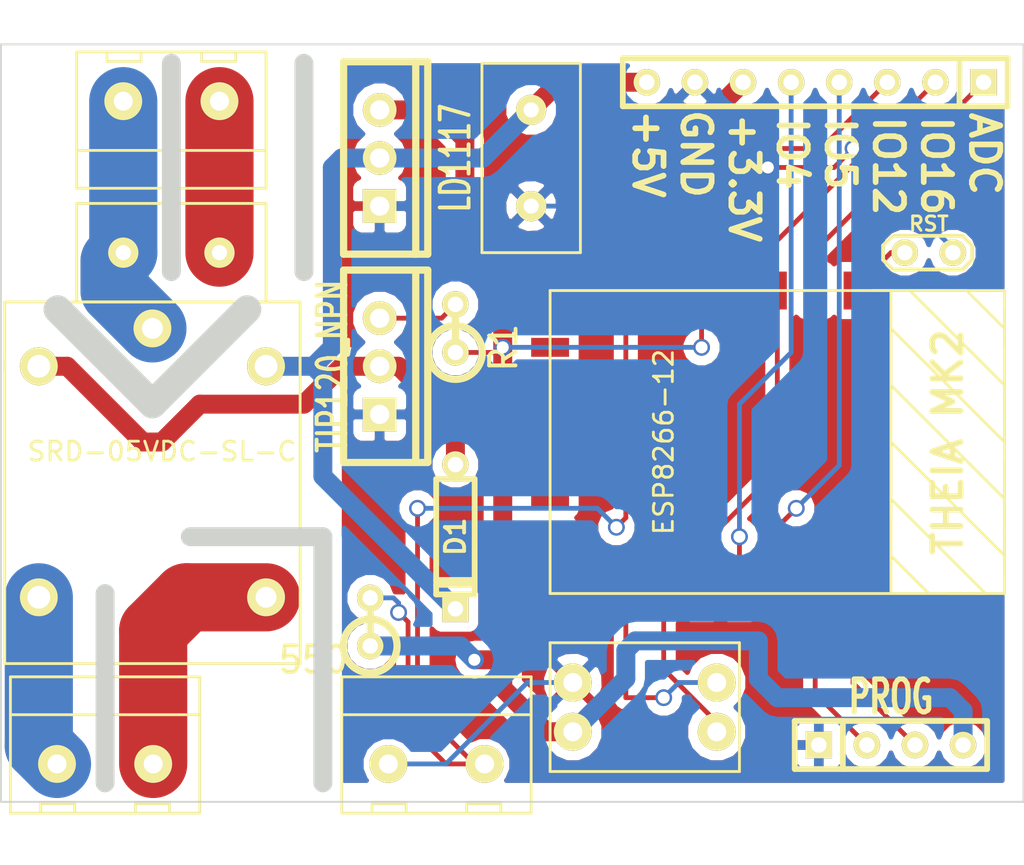
<source format=kicad_pcb>
(kicad_pcb (version 3) (host pcbnew "(22-Jun-2014 BZR 4027)-stable")

  (general
    (links 36)
    (no_connects 2)
    (area 55.870999 49.091 112.078572 95.909)
    (thickness 1.6)
    (drawings 20)
    (tracks 129)
    (zones 0)
    (modules 16)
    (nets 22)
  )

  (page A3)
  (layers
    (15 F.Cu signal)
    (0 B.Cu signal)
    (17 F.Adhes user)
    (19 F.Paste user)
    (21 F.SilkS user)
    (23 F.Mask user)
    (28 Edge.Cuts user)
  )

  (setup
    (last_trace_width 0.254)
    (trace_clearance 0.254)
    (zone_clearance 0.508)
    (zone_45_only no)
    (trace_min 0.254)
    (segment_width 0.2)
    (edge_width 0.1)
    (via_size 0.889)
    (via_drill 0.635)
    (via_min_size 0.889)
    (via_min_drill 0.508)
    (uvia_size 0.508)
    (uvia_drill 0.127)
    (uvias_allowed no)
    (uvia_min_size 0.508)
    (uvia_min_drill 0.127)
    (pcb_text_width 0.3)
    (pcb_text_size 1.5 1.5)
    (mod_edge_width 0.15)
    (mod_text_size 1 1)
    (mod_text_width 0.15)
    (pad_size 2 2)
    (pad_drill 1)
    (pad_to_mask_clearance 0)
    (aux_axis_origin 0 0)
    (visible_elements 7FFFFFFF)
    (pcbplotparams
      (layerselection 3178497)
      (usegerberextensions true)
      (excludeedgelayer true)
      (linewidth 0.150000)
      (plotframeref false)
      (viasonmask false)
      (mode 1)
      (useauxorigin false)
      (hpglpennumber 1)
      (hpglpenspeed 20)
      (hpglpendiameter 15)
      (hpglpenoverlay 2)
      (psnegative false)
      (psa4output false)
      (plotreference true)
      (plotvalue true)
      (plotothertext true)
      (plotinvisibletext false)
      (padsonsilk false)
      (subtractmaskfromsilk false)
      (outputformat 1)
      (mirror false)
      (drillshape 1)
      (scaleselection 1)
      (outputdirectory ""))
  )

  (net 0 "")
  (net 1 +3.3V)
  (net 2 +5V)
  (net 3 GNDA)
  (net 4 LIVE)
  (net 5 N-0000010)
  (net 6 N-0000011)
  (net 7 N-0000014)
  (net 8 N-0000019)
  (net 9 N-000002)
  (net 10 N-0000020)
  (net 11 N-0000021)
  (net 12 N-0000022)
  (net 13 N-0000023)
  (net 14 N-0000024)
  (net 15 N-0000025)
  (net 16 N-0000026)
  (net 17 N-000005)
  (net 18 N-000006)
  (net 19 N-000008)
  (net 20 N-000009)
  (net 21 NEUT)

  (net_class Default "This is the default net class."
    (clearance 0.254)
    (trace_width 0.254)
    (via_dia 0.889)
    (via_drill 0.635)
    (uvia_dia 0.508)
    (uvia_drill 0.127)
    (add_net "")
    (add_net GNDA)
    (add_net N-0000010)
    (add_net N-0000014)
    (add_net N-0000019)
    (add_net N-000002)
    (add_net N-0000020)
    (add_net N-0000021)
    (add_net N-0000022)
    (add_net N-0000023)
    (add_net N-0000024)
    (add_net N-0000026)
    (add_net N-000005)
    (add_net N-000008)
    (add_net N-000009)
  )

  (net_class 1A ""
    (clearance 0.254)
    (trace_width 1)
    (via_dia 0.889)
    (via_drill 0.635)
    (uvia_dia 0.508)
    (uvia_drill 0.127)
    (add_net +3.3V)
    (add_net +5V)
    (add_net N-0000025)
  )

  (net_class HV ""
    (clearance 0.254)
    (trace_width 3.6)
    (via_dia 0.889)
    (via_drill 0.635)
    (uvia_dia 0.508)
    (uvia_drill 0.127)
    (add_net LIVE)
    (add_net N-0000011)
    (add_net N-000006)
    (add_net NEUT)
  )

  (module Wire2.54 (layer F.Cu) (tedit 57D5606A) (tstamp 57CF1421)
    (at 84 58 270)
    (path /57C85E0C)
    (fp_text reference "" (at 0 -5.08 270) (layer F.SilkS)
      (effects (font (size 1 1) (thickness 0.15)))
    )
    (fp_text value "" (at 0 5.08 270) (layer F.SilkS)
      (effects (font (size 1 1) (thickness 0.15)))
    )
    (fp_line (start 5 -2.6) (end 5 2.6) (layer F.SilkS) (width 0.15))
    (fp_line (start 5 2.6) (end -5 2.6) (layer F.SilkS) (width 0.15))
    (fp_line (start -5 2.6) (end -5 -2.6) (layer F.SilkS) (width 0.15))
    (fp_line (start -5 -2.6) (end 5 -2.6) (layer F.SilkS) (width 0.15))
    (pad 1 thru_hole circle (at -2.54 0 270) (size 1.6 1.6) (drill 0.8)
      (layers *.Cu *.Mask F.SilkS)
      (net 2 +5V)
    )
    (pad 2 thru_hole circle (at 2.54 0 270) (size 1.6 1.6) (drill 0.8)
      (layers *.Cu *.Mask F.SilkS)
      (net 3 GNDA)
    )
  )

  (module Wire2.54 (layer F.Cu) (tedit 57D55F92) (tstamp 57CF142B)
    (at 65 63)
    (path /57CC36ED)
    (fp_text reference "" (at 0 -5.08) (layer F.SilkS)
      (effects (font (size 1 1) (thickness 0.15)))
    )
    (fp_text value "" (at 0 5.08) (layer F.SilkS)
      (effects (font (size 1 1) (thickness 0.15)))
    )
    (fp_line (start 5 -2.6) (end 5 2.6) (layer F.SilkS) (width 0.15))
    (fp_line (start 5 2.6) (end -5 2.6) (layer F.SilkS) (width 0.15))
    (fp_line (start -5 2.6) (end -5 -2.6) (layer F.SilkS) (width 0.15))
    (fp_line (start -5 -2.6) (end 5 -2.6) (layer F.SilkS) (width 0.15))
    (pad 1 thru_hole circle (at -2.54 0) (size 1.6 1.6) (drill 0.8)
      (layers *.Cu *.Mask F.SilkS)
      (net 4 LIVE)
    )
    (pad 2 thru_hole circle (at 2.54 0) (size 1.6 1.6) (drill 0.8)
      (layers *.Cu *.Mask F.SilkS)
      (net 21 NEUT)
    )
  )

  (module TO220_VERT (layer F.Cu) (tedit 57D56055) (tstamp 57CF1439)
    (at 76 58)
    (descr "Regulateur TO220 serie LM78xx")
    (tags "TR TO220")
    (path /57CAF440)
    (fp_text reference "" (at -3.175 0 90) (layer F.SilkS)
      (effects (font (size 1.524 1.016) (thickness 0.2032)))
    )
    (fp_text value LD1117 (at 4 0 90) (layer F.SilkS)
      (effects (font (size 1.524 1.016) (thickness 0.2032)))
    )
    (fp_line (start 1.905 -5.08) (end 2.54 -5.08) (layer F.SilkS) (width 0.381))
    (fp_line (start 2.54 -5.08) (end 2.54 5.08) (layer F.SilkS) (width 0.381))
    (fp_line (start 2.54 5.08) (end 1.905 5.08) (layer F.SilkS) (width 0.381))
    (fp_line (start -1.905 -5.08) (end 1.905 -5.08) (layer F.SilkS) (width 0.381))
    (fp_line (start 1.905 -5.08) (end 1.905 5.08) (layer F.SilkS) (width 0.381))
    (fp_line (start 1.905 5.08) (end -1.905 5.08) (layer F.SilkS) (width 0.381))
    (fp_line (start -1.905 5.08) (end -1.905 -5.08) (layer F.SilkS) (width 0.381))
    (pad 2 thru_hole circle (at 0 -2.54) (size 1.778 1.778) (drill 1.016)
      (layers *.Cu *.Mask F.SilkS)
      (net 1 +3.3V)
    )
    (pad 3 thru_hole circle (at 0 0) (size 1.778 1.778) (drill 1.016)
      (layers *.Cu *.Mask F.SilkS)
      (net 2 +5V)
    )
    (pad 1 thru_hole rect (at 0 2.54) (size 1.778 1.778) (drill 1.016)
      (layers *.Cu *.Mask F.SilkS)
      (net 3 GNDA)
    )
  )

  (module TO220_VERT (layer F.Cu) (tedit 57D56005) (tstamp 57CF1447)
    (at 76 69)
    (descr "Regulateur TO220 serie LM78xx")
    (tags "TR TO220")
    (path /57CB162D)
    (fp_text reference "" (at -3.175 0 90) (layer F.SilkS)
      (effects (font (size 1.524 1.016) (thickness 0.2032)))
    )
    (fp_text value TIP120_NPN (at -2.5 0 90) (layer F.SilkS)
      (effects (font (size 1.524 1.016) (thickness 0.2032)))
    )
    (fp_line (start 1.905 -5.08) (end 2.54 -5.08) (layer F.SilkS) (width 0.381))
    (fp_line (start 2.54 -5.08) (end 2.54 5.08) (layer F.SilkS) (width 0.381))
    (fp_line (start 2.54 5.08) (end 1.905 5.08) (layer F.SilkS) (width 0.381))
    (fp_line (start -1.905 -5.08) (end 1.905 -5.08) (layer F.SilkS) (width 0.381))
    (fp_line (start 1.905 -5.08) (end 1.905 5.08) (layer F.SilkS) (width 0.381))
    (fp_line (start 1.905 5.08) (end -1.905 5.08) (layer F.SilkS) (width 0.381))
    (fp_line (start -1.905 5.08) (end -1.905 -5.08) (layer F.SilkS) (width 0.381))
    (pad 2 thru_hole circle (at 0 -2.54) (size 1.778 1.778) (drill 1.016)
      (layers *.Cu *.Mask F.SilkS)
      (net 10 N-0000020)
    )
    (pad 3 thru_hole circle (at 0 0) (size 1.778 1.778) (drill 1.016)
      (layers *.Cu *.Mask F.SilkS)
      (net 15 N-0000025)
    )
    (pad 1 thru_hole rect (at 0 2.54) (size 1.778 1.778) (drill 1.016)
      (layers *.Cu *.Mask F.SilkS)
      (net 3 GNDA)
    )
  )

  (module SRD-05VDC-SL-C (layer F.Cu) (tedit 57ED31DC) (tstamp 57CF1469)
    (at 64 67 270)
    (path /57AF6D51)
    (fp_text reference "" (at 10 -2 270) (layer F.SilkS)
      (effects (font (size 1 1) (thickness 0.15)))
    )
    (fp_text value SRD-05VDC-SL-C (at 6.5 -0.5 360) (layer F.SilkS)
      (effects (font (size 1 1) (thickness 0.15)))
    )
    (fp_line (start -1.4 -7.8) (end -1.4 7.8) (layer F.SilkS) (width 0.15))
    (fp_line (start 17.7 7.8) (end 17.7 -7.8) (layer F.SilkS) (width 0.15))
    (fp_line (start 17.7 -7.8) (end 17.5 -7.8) (layer F.SilkS) (width 0.15))
    (fp_line (start -1.4 7.8) (end 17.7 7.8) (layer F.SilkS) (width 0.15))
    (fp_line (start -1.4 -7.8) (end 17.7 -7.8) (layer F.SilkS) (width 0.15))
    (fp_line (start -1.4 7.8) (end -1.3 7.8) (layer F.SilkS) (width 0.15))
    (fp_line (start -1.3 -7.8) (end -1.4 -7.8) (layer F.SilkS) (width 0.15))
    (fp_line (start -1.4 -7.8) (end -1.4 -7.6) (layer F.SilkS) (width 0.15))
    (fp_line (start -1.4 7.7) (end -1.4 7.8) (layer F.SilkS) (width 0.15))
    (fp_line (start 2.3 7.8) (end 1.7 7.8) (layer F.SilkS) (width 0.15))
    (fp_line (start 1.6 -7.8) (end 2.4 -7.8) (layer F.SilkS) (width 0.15))
    (pad 1 thru_hole circle (at 0 0 270) (size 2 2) (drill oval 1.1)
      (layers *.Cu *.Mask F.SilkS)
      (net 4 LIVE)
    )
    (pad 3 thru_hole circle (at 2 -6 270) (size 2 2) (drill 1.2)
      (layers *.Cu *.Mask F.SilkS)
      (net 2 +5V)
    )
    (pad 2 thru_hole circle (at 2 6 270) (size 2 2) (drill 1.2)
      (layers *.Cu *.Mask F.SilkS)
      (net 15 N-0000025)
    )
    (pad 5 thru_hole circle (at 14.2 -6 270) (size 2 2) (drill 1.1)
      (layers *.Cu *.Mask F.SilkS)
      (net 18 N-000006)
    )
    (pad 4 thru_hole circle (at 14.2 6 270) (size 2 2) (drill 1.2)
      (layers *.Cu *.Mask F.SilkS)
      (net 6 N-0000011)
    )
  )

  (module SIL-8 (layer F.Cu) (tedit 57D5609C) (tstamp 57CF147A)
    (at 99 54 180)
    (descr "Connecteur 8 pins")
    (tags "CONN DEV")
    (path /57CC6D3A)
    (fp_text reference "" (at -6.35 -2.54 180) (layer F.SilkS)
      (effects (font (size 1.72974 1.08712) (thickness 0.27178)))
    )
    (fp_text value "" (at 12 0 180) (layer F.SilkS)
      (effects (font (size 1.524 1.016) (thickness 0.254)))
    )
    (fp_line (start -10.16 -1.27) (end 10.16 -1.27) (layer F.SilkS) (width 0.3048))
    (fp_line (start 10.16 -1.27) (end 10.16 1.27) (layer F.SilkS) (width 0.3048))
    (fp_line (start 10.16 1.27) (end -10.16 1.27) (layer F.SilkS) (width 0.3048))
    (fp_line (start -10.16 1.27) (end -10.16 -1.27) (layer F.SilkS) (width 0.3048))
    (fp_line (start -7.62 1.27) (end -7.62 -1.27) (layer F.SilkS) (width 0.3048))
    (pad 1 thru_hole rect (at -8.89 0 180) (size 1.397 1.397) (drill 0.8128)
      (layers *.Cu *.Mask F.SilkS)
      (net 17 N-000005)
    )
    (pad 2 thru_hole circle (at -6.35 0 180) (size 1.397 1.397) (drill 0.8128)
      (layers *.Cu *.Mask F.SilkS)
      (net 19 N-000008)
    )
    (pad 3 thru_hole circle (at -3.81 0 180) (size 1.397 1.397) (drill 0.8128)
      (layers *.Cu *.Mask F.SilkS)
      (net 20 N-000009)
    )
    (pad 4 thru_hole circle (at -1.27 0 180) (size 1.397 1.397) (drill 0.8128)
      (layers *.Cu *.Mask F.SilkS)
      (net 5 N-0000010)
    )
    (pad 5 thru_hole circle (at 1.27 0 180) (size 1.397 1.397) (drill 0.8128)
      (layers *.Cu *.Mask F.SilkS)
      (net 9 N-000002)
    )
    (pad 6 thru_hole circle (at 3.81 0 180) (size 1.397 1.397) (drill 0.8128)
      (layers *.Cu *.Mask F.SilkS)
      (net 1 +3.3V)
    )
    (pad 7 thru_hole circle (at 6.35 0 180) (size 1.397 1.397) (drill 0.8128)
      (layers *.Cu *.Mask F.SilkS)
      (net 3 GNDA)
    )
    (pad 8 thru_hole circle (at 8.89 0 180) (size 1.397 1.397) (drill 0.8128)
      (layers *.Cu *.Mask F.SilkS)
      (net 2 +5V)
    )
  )

  (module SIL-4 (layer F.Cu) (tedit 57D5623F) (tstamp 57D58E48)
    (at 103 89)
    (descr "Connecteur 4 pibs")
    (tags "CONN DEV")
    (path /57ADFA85)
    (fp_text reference PROG (at 0 -2.54) (layer F.SilkS)
      (effects (font (size 1.73482 1.08712) (thickness 0.27178)))
    )
    (fp_text value "" (at 0 -2.54) (layer F.SilkS) hide
      (effects (font (size 1.524 1.016) (thickness 0.254)))
    )
    (fp_line (start -5.08 -1.27) (end -5.08 -1.27) (layer F.SilkS) (width 0.3048))
    (fp_line (start -5.08 1.27) (end -5.08 -1.27) (layer F.SilkS) (width 0.3048))
    (fp_line (start -5.08 -1.27) (end -5.08 -1.27) (layer F.SilkS) (width 0.3048))
    (fp_line (start -5.08 -1.27) (end 5.08 -1.27) (layer F.SilkS) (width 0.3048))
    (fp_line (start 5.08 -1.27) (end 5.08 1.27) (layer F.SilkS) (width 0.3048))
    (fp_line (start 5.08 1.27) (end -5.08 1.27) (layer F.SilkS) (width 0.3048))
    (fp_line (start -2.54 1.27) (end -2.54 -1.27) (layer F.SilkS) (width 0.3048))
    (pad 1 thru_hole rect (at -3.81 0) (size 1.397 1.397) (drill 0.8128)
      (layers *.Cu *.Mask F.SilkS)
      (net 3 GNDA)
    )
    (pad 2 thru_hole circle (at -1.27 0) (size 1.397 1.397) (drill 0.8128)
      (layers *.Cu *.Mask F.SilkS)
      (net 13 N-0000023)
    )
    (pad 3 thru_hole circle (at 1.27 0) (size 1.397 1.397) (drill 0.8128)
      (layers *.Cu *.Mask F.SilkS)
      (net 14 N-0000024)
    )
    (pad 4 thru_hole circle (at 3.81 0) (size 1.397 1.397) (drill 0.8128)
      (layers *.Cu *.Mask F.SilkS)
      (net 1 +3.3V)
    )
  )

  (module R1 (layer F.Cu) (tedit 200000) (tstamp 57CF1491)
    (at 80 67 90)
    (descr "Resistance verticale")
    (tags R)
    (path /57AF2F22)
    (autoplace_cost90 10)
    (autoplace_cost180 10)
    (fp_text reference R1 (at -1.016 2.54 90) (layer F.SilkS)
      (effects (font (size 1.397 1.27) (thickness 0.2032)))
    )
    (fp_text value 1kOhm (at -1.143 2.54 90) (layer F.SilkS) hide
      (effects (font (size 1.397 1.27) (thickness 0.2032)))
    )
    (fp_line (start -1.27 0) (end 1.27 0) (layer F.SilkS) (width 0.381))
    (fp_circle (center -1.27 0) (end -0.635 1.27) (layer F.SilkS) (width 0.381))
    (pad 1 thru_hole circle (at -1.27 0 90) (size 1.397 1.397) (drill 0.8128)
      (layers *.Cu *.Mask F.SilkS)
      (net 8 N-0000019)
    )
    (pad 2 thru_hole circle (at 1.27 0 90) (size 1.397 1.397) (drill 0.8128)
      (layers *.Cu *.Mask F.SilkS)
      (net 10 N-0000020)
    )
    (model discret/verti_resistor.wrl
      (at (xyz 0 0 0))
      (scale (xyz 1 1 1))
      (rotate (xyz 0 0 0))
    )
  )

  (module ESP8266-12 (layer F.Cu) (tedit 57D562EE) (tstamp 57CF14C3)
    (at 109 81 180)
    (path /57ADE642)
    (fp_text reference "" (at 15 3 180) (layer F.SilkS)
      (effects (font (size 1 1) (thickness 0.15)))
    )
    (fp_text value ESP8266-12 (at 18 8 270) (layer F.SilkS)
      (effects (font (size 1 1) (thickness 0.15)))
    )
    (fp_line (start 4 0) (end 6 2) (layer F.SilkS) (width 0.15))
    (fp_line (start 6 5) (end 1 0) (layer F.SilkS) (width 0.15))
    (fp_line (start 0 14) (end 2 16) (layer F.SilkS) (width 0.15))
    (fp_line (start 2 16) (end 5 16) (layer F.SilkS) (width 0.15))
    (fp_line (start 5 16) (end 0 11) (layer F.SilkS) (width 0.15))
    (fp_line (start 0 11) (end 0 8) (layer F.SilkS) (width 0.15))
    (fp_line (start 0 8) (end 6 14) (layer F.SilkS) (width 0.15))
    (fp_line (start 6 14) (end 6 11) (layer F.SilkS) (width 0.15))
    (fp_line (start 6 11) (end 0 5) (layer F.SilkS) (width 0.15))
    (fp_line (start 0 5) (end 0 2) (layer F.SilkS) (width 0.15))
    (fp_line (start 0 2) (end 6 8) (layer F.SilkS) (width 0.15))
    (fp_line (start 6 8) (end 6 4) (layer F.SilkS) (width 0.15))
    (fp_line (start 6 0) (end 6 16) (layer F.SilkS) (width 0.15))
    (fp_line (start 3 0) (end 1 0) (layer F.SilkS) (width 0.15))
    (fp_line (start 0 1) (end 0 3) (layer F.SilkS) (width 0.15))
    (fp_line (start 0 5) (end 0 7) (layer F.SilkS) (width 0.15))
    (fp_line (start 0 9) (end 0 11) (layer F.SilkS) (width 0.15))
    (fp_line (start 5 16) (end 3 16) (layer F.SilkS) (width 0.15))
    (fp_line (start 0 13) (end 0 15) (layer F.SilkS) (width 0.15))
    (fp_line (start 5 16) (end 7 16) (layer F.SilkS) (width 0.15))
    (fp_line (start 0 0) (end 0 16) (layer F.SilkS) (width 0.15))
    (fp_line (start 0 16) (end 24 16) (layer F.SilkS) (width 0.15))
    (fp_line (start 24 16) (end 24 0) (layer F.SilkS) (width 0.15))
    (fp_line (start 24 0) (end 0 0) (layer F.SilkS) (width 0.15))
    (pad 15 smd rect (at 22 0 180) (size 1 2)
      (layers F.Cu F.Paste F.Mask)
      (net 3 GNDA)
    )
    (pad 16 smd rect (at 20 0 180) (size 1 2)
      (layers F.Cu F.Paste F.Mask)
      (net 7 N-0000014)
    )
    (pad 17 smd rect (at 18 0 180) (size 1 2)
      (layers F.Cu F.Paste F.Mask)
      (net 16 N-0000026)
    )
    (pad 18 smd rect (at 16 0 180) (size 1 2)
      (layers F.Cu F.Paste F.Mask)
      (net 16 N-0000026)
    )
    (pad 19 smd rect (at 14 0 180) (size 1 2)
      (layers F.Cu F.Paste F.Mask)
      (net 9 N-000002)
    )
    (pad 20 smd rect (at 12 0 180) (size 1 2)
      (layers F.Cu F.Paste F.Mask)
      (net 5 N-0000010)
    )
    (pad 21 smd rect (at 10 0 180) (size 1 2)
      (layers F.Cu F.Paste F.Mask)
      (net 13 N-0000023)
    )
    (pad 22 smd rect (at 8 0 180) (size 1 2)
      (layers F.Cu F.Paste F.Mask)
      (net 14 N-0000024)
    )
    (pad 8 smd rect (at 22 16 180) (size 1 2)
      (layers F.Cu F.Paste F.Mask)
      (net 1 +3.3V)
    )
    (pad 7 smd rect (at 20 16 180) (size 1 2)
      (layers F.Cu F.Paste F.Mask)
      (net 12 N-0000022)
    )
    (pad 6 smd rect (at 18 16 180) (size 1 2)
      (layers F.Cu F.Paste F.Mask)
      (net 20 N-000009)
    )
    (pad 5 smd rect (at 16 16 180) (size 1 2)
      (layers F.Cu F.Paste F.Mask)
      (net 8 N-0000019)
    )
    (pad 4 smd rect (at 14 16 180) (size 1 2)
      (layers F.Cu F.Paste F.Mask)
      (net 19 N-000008)
    )
    (pad 3 smd rect (at 12 16 180) (size 1 2)
      (layers F.Cu F.Paste F.Mask)
      (net 16 N-0000026)
    )
    (pad 2 smd rect (at 10 16 180) (size 1 2)
      (layers F.Cu F.Paste F.Mask)
      (net 17 N-000005)
    )
    (pad 1 smd rect (at 8 16 180) (size 1 2)
      (layers F.Cu F.Paste F.Mask)
      (net 11 N-0000021)
    )
    (pad 9 smd rect (at 24 13 270) (size 1 2)
      (layers F.Cu F.Paste F.Mask)
    )
    (pad 10 smd rect (at 24 11 270) (size 1 2)
      (layers F.Cu F.Paste F.Mask)
    )
    (pad 11 smd rect (at 24 9 270) (size 1 2)
      (layers F.Cu F.Paste F.Mask)
    )
    (pad 12 smd rect (at 24 7 270) (size 1 2)
      (layers F.Cu F.Paste F.Mask)
    )
    (pad 13 smd rect (at 24 5 270) (size 1 2)
      (layers F.Cu F.Paste F.Mask)
    )
    (pad 14 smd rect (at 24 3 270) (size 1 2)
      (layers F.Cu F.Paste F.Mask)
    )
  )

  (module D3 (layer F.Cu) (tedit 200000) (tstamp 57CF14D3)
    (at 80 78 270)
    (descr "Diode 3 pas")
    (tags "DIODE DEV")
    (path /57AF6EEC)
    (fp_text reference D1 (at 0 0 270) (layer F.SilkS)
      (effects (font (size 1.016 1.016) (thickness 0.2032)))
    )
    (fp_text value 1N4001 (at 0 0 270) (layer F.SilkS) hide
      (effects (font (size 1.016 1.016) (thickness 0.2032)))
    )
    (fp_line (start 3.81 0) (end 3.048 0) (layer F.SilkS) (width 0.3048))
    (fp_line (start 3.048 0) (end 3.048 -1.016) (layer F.SilkS) (width 0.3048))
    (fp_line (start 3.048 -1.016) (end -3.048 -1.016) (layer F.SilkS) (width 0.3048))
    (fp_line (start -3.048 -1.016) (end -3.048 0) (layer F.SilkS) (width 0.3048))
    (fp_line (start -3.048 0) (end -3.81 0) (layer F.SilkS) (width 0.3048))
    (fp_line (start -3.048 0) (end -3.048 1.016) (layer F.SilkS) (width 0.3048))
    (fp_line (start -3.048 1.016) (end 3.048 1.016) (layer F.SilkS) (width 0.3048))
    (fp_line (start 3.048 1.016) (end 3.048 0) (layer F.SilkS) (width 0.3048))
    (fp_line (start 2.54 -1.016) (end 2.54 1.016) (layer F.SilkS) (width 0.3048))
    (fp_line (start 2.286 1.016) (end 2.286 -1.016) (layer F.SilkS) (width 0.3048))
    (pad 2 thru_hole rect (at 3.81 0 270) (size 1.397 1.397) (drill 0.8128)
      (layers *.Cu *.Mask F.SilkS)
      (net 2 +5V)
    )
    (pad 1 thru_hole circle (at -3.81 0 270) (size 1.397 1.397) (drill 0.8128)
      (layers *.Cu *.Mask F.SilkS)
      (net 15 N-0000025)
    )
    (model discret/diode.wrl
      (at (xyz 0 0 0))
      (scale (xyz 0.3 0.3 0.3))
      (rotate (xyz 0 0 0))
    )
  )

  (module Conn2.54 (layer F.Cu) (tedit 57ED3404) (tstamp 57CF14E7)
    (at 79 90 180)
    (path /5790EA90)
    (fp_text reference "" (at 0 -5.08 180) (layer F.SilkS)
      (effects (font (size 1 1) (thickness 0.15)))
    )
    (fp_text value "" (at 0 5.08 180) (layer F.SilkS)
      (effects (font (size 1 1) (thickness 0.15)))
    )
    (fp_line (start -5 2.6) (end -5 4.6) (layer F.SilkS) (width 0.15))
    (fp_line (start -5 4.6) (end 5 4.6) (layer F.SilkS) (width 0.15))
    (fp_line (start 5 4.6) (end 5 2.6) (layer F.SilkS) (width 0.15))
    (fp_line (start -1.6 -2.6) (end -1.6 -2.1) (layer F.SilkS) (width 0.15))
    (fp_line (start -1.6 -2.1) (end -3.4 -2.1) (layer F.SilkS) (width 0.15))
    (fp_line (start -3.4 -2.1) (end -3.4 -2.6) (layer F.SilkS) (width 0.15))
    (fp_line (start 1.6 -2.6) (end 1.6 -2.1) (layer F.SilkS) (width 0.15))
    (fp_line (start 1.6 -2.1) (end 3.4 -2.1) (layer F.SilkS) (width 0.15))
    (fp_line (start 3.4 -2.1) (end 3.4 -2.6) (layer F.SilkS) (width 0.15))
    (fp_line (start 3.4 -2.6) (end 3.4 -2.5) (layer F.SilkS) (width 0.15))
    (fp_line (start 5 -2.6) (end 5 2.6) (layer F.SilkS) (width 0.15))
    (fp_line (start 5 2.6) (end -5 2.6) (layer F.SilkS) (width 0.15))
    (fp_line (start -5 2.6) (end -5 -2.6) (layer F.SilkS) (width 0.15))
    (fp_line (start -5 -2.6) (end 5 -2.6) (layer F.SilkS) (width 0.15))
    (pad 1 thru_hole circle (at -2.54 0 180) (size 2 2) (drill 1)
      (layers *.Cu *.Mask F.SilkS)
      (net 1 +3.3V)
    )
    (pad 2 thru_hole circle (at 2.54 0 180) (size 2 2) (drill 1)
      (layers *.Cu *.Mask F.SilkS)
      (net 12 N-0000022)
    )
  )

  (module Conn2.54 (layer F.Cu) (tedit 57ED33E6) (tstamp 57CF14FB)
    (at 61.5 90 180)
    (path /57AF7988)
    (fp_text reference "" (at 0 -5.08 180) (layer F.SilkS)
      (effects (font (size 1 1) (thickness 0.15)))
    )
    (fp_text value "" (at 0 5.08 180) (layer F.SilkS)
      (effects (font (size 1 1) (thickness 0.15)))
    )
    (fp_line (start -5 2.6) (end -5 4.6) (layer F.SilkS) (width 0.15))
    (fp_line (start -5 4.6) (end 5 4.6) (layer F.SilkS) (width 0.15))
    (fp_line (start 5 4.6) (end 5 2.6) (layer F.SilkS) (width 0.15))
    (fp_line (start -1.6 -2.6) (end -1.6 -2.1) (layer F.SilkS) (width 0.15))
    (fp_line (start -1.6 -2.1) (end -3.4 -2.1) (layer F.SilkS) (width 0.15))
    (fp_line (start -3.4 -2.1) (end -3.4 -2.6) (layer F.SilkS) (width 0.15))
    (fp_line (start 1.6 -2.6) (end 1.6 -2.1) (layer F.SilkS) (width 0.15))
    (fp_line (start 1.6 -2.1) (end 3.4 -2.1) (layer F.SilkS) (width 0.15))
    (fp_line (start 3.4 -2.1) (end 3.4 -2.6) (layer F.SilkS) (width 0.15))
    (fp_line (start 3.4 -2.6) (end 3.4 -2.5) (layer F.SilkS) (width 0.15))
    (fp_line (start 5 -2.6) (end 5 2.6) (layer F.SilkS) (width 0.15))
    (fp_line (start 5 2.6) (end -5 2.6) (layer F.SilkS) (width 0.15))
    (fp_line (start -5 2.6) (end -5 -2.6) (layer F.SilkS) (width 0.15))
    (fp_line (start -5 -2.6) (end 5 -2.6) (layer F.SilkS) (width 0.15))
    (pad 1 thru_hole circle (at -2.54 0 180) (size 2 2) (drill 1)
      (layers *.Cu *.Mask F.SilkS)
      (net 18 N-000006)
    )
    (pad 2 thru_hole circle (at 2.54 0 180) (size 2 2) (drill 1)
      (layers *.Cu *.Mask F.SilkS)
      (net 6 N-0000011)
    )
  )

  (module Conn2.54 (layer F.Cu) (tedit 57ED33F6) (tstamp 57CF150F)
    (at 65 55)
    (path /57CC36C3)
    (fp_text reference "" (at 0 -5.08) (layer F.SilkS)
      (effects (font (size 1 1) (thickness 0.15)))
    )
    (fp_text value "" (at 0 5.08) (layer F.SilkS)
      (effects (font (size 1 1) (thickness 0.15)))
    )
    (fp_line (start -5 2.6) (end -5 4.6) (layer F.SilkS) (width 0.15))
    (fp_line (start -5 4.6) (end 5 4.6) (layer F.SilkS) (width 0.15))
    (fp_line (start 5 4.6) (end 5 2.6) (layer F.SilkS) (width 0.15))
    (fp_line (start -1.6 -2.6) (end -1.6 -2.1) (layer F.SilkS) (width 0.15))
    (fp_line (start -1.6 -2.1) (end -3.4 -2.1) (layer F.SilkS) (width 0.15))
    (fp_line (start -3.4 -2.1) (end -3.4 -2.6) (layer F.SilkS) (width 0.15))
    (fp_line (start 1.6 -2.6) (end 1.6 -2.1) (layer F.SilkS) (width 0.15))
    (fp_line (start 1.6 -2.1) (end 3.4 -2.1) (layer F.SilkS) (width 0.15))
    (fp_line (start 3.4 -2.1) (end 3.4 -2.6) (layer F.SilkS) (width 0.15))
    (fp_line (start 3.4 -2.6) (end 3.4 -2.5) (layer F.SilkS) (width 0.15))
    (fp_line (start 5 -2.6) (end 5 2.6) (layer F.SilkS) (width 0.15))
    (fp_line (start 5 2.6) (end -5 2.6) (layer F.SilkS) (width 0.15))
    (fp_line (start -5 2.6) (end -5 -2.6) (layer F.SilkS) (width 0.15))
    (fp_line (start -5 -2.6) (end 5 -2.6) (layer F.SilkS) (width 0.15))
    (pad 1 thru_hole circle (at -2.54 0) (size 2 2) (drill 1)
      (layers *.Cu *.Mask F.SilkS)
      (net 4 LIVE)
    )
    (pad 2 thru_hole circle (at 2.54 0) (size 2 2) (drill 1)
      (layers *.Cu *.Mask F.SilkS)
      (net 21 NEUT)
    )
  )

  (module 2bit_dipsw (layer F.Cu) (tedit 57D55FCE) (tstamp 57CF151B)
    (at 90 87 270)
    (path /57CDC9F2)
    (fp_text reference "" (at 0 -6 270) (layer F.SilkS)
      (effects (font (size 1 1) (thickness 0.15)))
    )
    (fp_text value "" (at 0 6 270) (layer F.SilkS)
      (effects (font (size 1 1) (thickness 0.15)))
    )
    (fp_line (start -3.4 5) (end 3.4 5) (layer F.SilkS) (width 0.15))
    (fp_line (start -3.4 -5) (end 3.4 -5) (layer F.SilkS) (width 0.15))
    (fp_line (start 3.4 -5) (end 3.4 5) (layer F.SilkS) (width 0.15))
    (fp_line (start -3.4 -5) (end -3.4 5) (layer F.SilkS) (width 0.15))
    (pad 1 thru_hole circle (at -1.3 3.8 270) (size 2 2) (drill 1)
      (layers *.Cu *.Mask F.SilkS)
      (net 3 GNDA)
    )
    (pad 2 thru_hole circle (at -1.3 -3.8 270) (size 2 2) (drill 1)
      (layers *.Cu *.Mask F.SilkS)
      (net 7 N-0000014)
    )
    (pad 3 thru_hole circle (at 1.3 3.8 270) (size 2 2) (drill 1)
      (layers *.Cu *.Mask F.SilkS)
      (net 1 +3.3V)
    )
    (pad 4 thru_hole circle (at 1.3 -3.8 270) (size 2 2) (drill 1)
      (layers *.Cu *.Mask F.SilkS)
      (net 16 N-0000026)
    )
  )

  (module TESTPOINT (layer F.Cu) (tedit 57D560B4) (tstamp 57D10F49)
    (at 105 63)
    (descr "Connecteurs 2 pins")
    (tags "CONN DEV")
    (fp_text reference RST (at 0 -1.524) (layer F.SilkS)
      (effects (font (size 0.762 0.762) (thickness 0.1524)))
    )
    (fp_text value "" (at 0.127 1.524) (layer F.SilkS)
      (effects (font (size 0.762 0.762) (thickness 0.1524)))
    )
    (fp_line (start -1.905 -0.889) (end 1.778 -0.889) (layer F.SilkS) (width 0.2032))
    (fp_line (start 1.778 -0.889) (end 2.286 -0.381) (layer F.SilkS) (width 0.2032))
    (fp_line (start 2.286 -0.381) (end 2.286 0.381) (layer F.SilkS) (width 0.2032))
    (fp_line (start 2.286 0.381) (end 1.778 0.889) (layer F.SilkS) (width 0.2032))
    (fp_line (start 1.778 0.889) (end -1.905 0.889) (layer F.SilkS) (width 0.2032))
    (fp_line (start -1.905 0.889) (end -2.413 0.381) (layer F.SilkS) (width 0.2032))
    (fp_line (start -2.413 0.381) (end -2.413 -0.381) (layer F.SilkS) (width 0.2032))
    (fp_line (start -2.413 -0.381) (end -1.905 -0.889) (layer F.SilkS) (width 0.2032))
    (pad 1 thru_hole circle (at -1.27 0) (size 1.397 1.397) (drill 0.8128)
      (layers *.Cu *.Mask F.SilkS)
    )
    (pad 1 thru_hole circle (at 1.27 0) (size 1.397 1.397) (drill 0.8128)
      (layers *.Cu *.Mask F.SilkS)
    )
    (model connectors/testpoint.wrl
      (at (xyz 0 0 0))
      (scale (xyz 1 1 1))
      (rotate (xyz 0 0 0))
    )
  )

  (module R1 (layer F.Cu) (tedit 57DBEC8A) (tstamp 57DBF1AE)
    (at 75.5 82.5 90)
    (descr "Resistance verticale")
    (tags R)
    (autoplace_cost90 10)
    (autoplace_cost180 10)
    (fp_text reference 550 (at -2 -3 180) (layer F.SilkS)
      (effects (font (size 1.397 1.27) (thickness 0.2032)))
    )
    (fp_text value "" (at -1.143 2.54 90) (layer F.SilkS) hide
      (effects (font (size 1.397 1.27) (thickness 0.2032)))
    )
    (fp_line (start -1.27 0) (end 1.27 0) (layer F.SilkS) (width 0.381))
    (fp_circle (center -1.27 0) (end -0.635 1.27) (layer F.SilkS) (width 0.381))
    (pad 1 thru_hole circle (at -1.27 0 90) (size 1.397 1.397) (drill 0.8128)
      (layers *.Cu *.Mask F.SilkS)
    )
    (pad 2 thru_hole circle (at 1.27 0 90) (size 1.397 1.397) (drill 0.8128)
      (layers *.Cu *.Mask F.SilkS)
    )
    (model discret/verti_resistor.wrl
      (at (xyz 0 0 0))
      (scale (xyz 1 1 1))
      (rotate (xyz 0 0 0))
    )
  )

  (gr_line (start 73 78) (end 66 78) (angle 90) (layer Edge.Cuts) (width 1))
  (gr_line (start 73 91) (end 73 78) (angle 90) (layer Edge.Cuts) (width 1))
  (gr_line (start 61.5 91) (end 61.5 81) (angle 90) (layer Edge.Cuts) (width 1))
  (gr_text "THEIA MK2" (at 106 73 90) (layer F.SilkS)
    (effects (font (size 1.5 1.5) (thickness 0.3)))
  )
  (gr_line (start 56 92) (end 110 92) (angle 90) (layer Edge.Cuts) (width 0.1))
  (gr_line (start 56 52) (end 56 92) (angle 90) (layer Edge.Cuts) (width 0.1))
  (gr_line (start 110 52) (end 56 52) (angle 90) (layer Edge.Cuts) (width 0.1))
  (gr_line (start 110 92) (end 110 52) (angle 90) (layer Edge.Cuts) (width 0.1))
  (gr_line (start 72 64) (end 72 53) (angle 90) (layer Edge.Cuts) (width 1))
  (gr_line (start 65 53) (end 65 64) (angle 90) (layer Edge.Cuts) (width 1))
  (gr_line (start 64 71) (end 69 66) (angle 90) (layer Edge.Cuts) (width 1.5))
  (gr_line (start 64 71) (end 59 66) (angle 90) (layer Edge.Cuts) (width 1.5))
  (gr_text +5V (at 90.17 57.785 270) (layer F.SilkS)
    (effects (font (size 1.5 1.5) (thickness 0.3)))
  )
  (gr_text GND (at 92.71 57.785 270) (layer F.SilkS)
    (effects (font (size 1.5 1.5) (thickness 0.3)))
  )
  (gr_text +3.3V (at 95.25 59.055 270) (layer F.SilkS)
    (effects (font (size 1.5 1.5) (thickness 0.3)))
  )
  (gr_text IO4 (at 97.79 57.785 270) (layer F.SilkS)
    (effects (font (size 1.5 1.5) (thickness 0.3)))
  )
  (gr_text IO5 (at 100.33 57.785 270) (layer F.SilkS)
    (effects (font (size 1.5 1.5) (thickness 0.3)))
  )
  (gr_text IO12 (at 102.87 58.42 270) (layer F.SilkS)
    (effects (font (size 1.5 1.5) (thickness 0.3)))
  )
  (gr_text IO16 (at 105.41 58.42 270) (layer F.SilkS)
    (effects (font (size 1.5 1.5) (thickness 0.3)))
  )
  (gr_text ADC (at 107.95 57.785 270) (layer F.SilkS)
    (effects (font (size 1.5 1.5) (thickness 0.3)))
  )

  (segment (start 75.5 81.23) (end 76.73 81.23) (width 0.254) (layer B.Cu) (net 1))
  (segment (start 79.5 90) (end 81.54 90) (width 0.254) (layer F.Cu) (net 1) (tstamp 57DBF210))
  (segment (start 77.5 88) (end 79.5 90) (width 0.254) (layer F.Cu) (net 1) (tstamp 57DBF20E))
  (segment (start 77.5 82.5) (end 77.5 88) (width 0.254) (layer F.Cu) (net 1) (tstamp 57DBF20D))
  (segment (start 77 82) (end 77.5 82.5) (width 0.254) (layer F.Cu) (net 1) (tstamp 57DBF20C))
  (via (at 77 82) (size 0.889) (layers F.Cu B.Cu) (net 1))
  (segment (start 77 81.5) (end 77 82) (width 0.254) (layer B.Cu) (net 1) (tstamp 57DBF20A))
  (segment (start 76.73 81.23) (end 77 81.5) (width 0.254) (layer B.Cu) (net 1) (tstamp 57DBF209))
  (segment (start 82.5 84.5) (end 81 84.5) (width 1) (layer F.Cu) (net 1))
  (segment (start 80.27 83.77) (end 75.5 83.77) (width 1) (layer B.Cu) (net 1) (tstamp 57DBF206))
  (segment (start 81 84.5) (end 80.27 83.77) (width 1) (layer B.Cu) (net 1) (tstamp 57DBF205))
  (via (at 81 84.5) (size 0.889) (layers F.Cu B.Cu) (net 1))
  (segment (start 86.2 88.3) (end 84.8 88.3) (width 1) (layer F.Cu) (net 1))
  (segment (start 82.5 86) (end 82.5 84.5) (width 1) (layer F.Cu) (net 1) (tstamp 57DBF1FC))
  (segment (start 82.5 84.5) (end 82.5 64.5) (width 1) (layer F.Cu) (net 1) (tstamp 57DBF201))
  (segment (start 84.8 88.3) (end 82.5 86) (width 1) (layer F.Cu) (net 1) (tstamp 57DBF1FB))
  (segment (start 97 86.5) (end 106.12 86.5) (width 1) (layer B.Cu) (net 1))
  (segment (start 76 55.46) (end 78.96 55.46) (width 1) (layer F.Cu) (net 1))
  (segment (start 80.5 62.5) (end 82.5 64.5) (width 1) (layer F.Cu) (net 1) (tstamp 57D54CA4))
  (segment (start 80.5 57) (end 80.5 62.5) (width 1) (layer F.Cu) (net 1) (tstamp 57D54CA1))
  (segment (start 78.96 55.46) (end 80.5 57) (width 1) (layer F.Cu) (net 1) (tstamp 57D54C98))
  (segment (start 82.5 64.5) (end 83 65) (width 1) (layer F.Cu) (net 1) (tstamp 57DBF1FF))
  (segment (start 83 65) (end 87 65) (width 1) (layer F.Cu) (net 1) (tstamp 57D54CA6))
  (segment (start 106.81 89) (end 106.81 87.19) (width 1) (layer B.Cu) (net 1))
  (segment (start 89 85.5) (end 86.2 88.3) (width 1) (layer B.Cu) (net 1) (tstamp 57D54B65))
  (segment (start 89 84) (end 89 85.5) (width 1) (layer B.Cu) (net 1) (tstamp 57D54B62))
  (segment (start 89.5 83.5) (end 89 84) (width 1) (layer B.Cu) (net 1) (tstamp 57D54B55))
  (segment (start 96 83.5) (end 89.5 83.5) (width 1) (layer B.Cu) (net 1) (tstamp 57D54B53))
  (segment (start 96 85.5) (end 96 83.5) (width 1) (layer B.Cu) (net 1) (tstamp 57D54B47))
  (segment (start 97 86.5) (end 96 85.5) (width 1) (layer B.Cu) (net 1) (tstamp 57D54B44))
  (segment (start 106.81 87.19) (end 106.12 86.5) (width 1) (layer B.Cu) (net 1) (tstamp 57D54B38))
  (segment (start 87 65) (end 87 62.19) (width 1) (layer F.Cu) (net 1))
  (segment (start 87 62.19) (end 95.19 54) (width 1) (layer F.Cu) (net 1) (tstamp 57D5410B))
  (segment (start 81 90) (end 81.54 90) (width 0.254) (layer F.Cu) (net 1) (tstamp 57DBF1EA))
  (segment (start 78 87) (end 81 90) (width 0.254) (layer F.Cu) (net 1) (tstamp 57DBF1E9))
  (segment (start 78 76.5) (end 78 87) (width 0.254) (layer F.Cu) (net 1) (tstamp 57DBF1E8))
  (via (at 78 76.5) (size 0.889) (layers F.Cu B.Cu) (net 1))
  (segment (start 87.5 76.5) (end 78 76.5) (width 0.254) (layer B.Cu) (net 1) (tstamp 57DBF1E6))
  (segment (start 88.5 77.5) (end 87.5 76.5) (width 0.254) (layer B.Cu) (net 1) (tstamp 57DBF1E5))
  (via (at 88.5 77.5) (size 0.889) (layers F.Cu B.Cu) (net 1))
  (segment (start 89 77) (end 88.5 77.5) (width 0.254) (layer F.Cu) (net 1) (tstamp 57DBF1E3))
  (segment (start 76 58) (end 81.46 58) (width 1) (layer B.Cu) (net 2))
  (segment (start 81.46 58) (end 84 55.46) (width 1) (layer B.Cu) (net 2) (tstamp 57D54C8E))
  (segment (start 76 58) (end 74 58) (width 1) (layer B.Cu) (net 2))
  (segment (start 73.5 68) (end 72.5 69) (width 1) (layer B.Cu) (net 2) (tstamp 57D54C84))
  (segment (start 73.5 58.5) (end 73.5 68) (width 1) (layer B.Cu) (net 2) (tstamp 57D54C7E))
  (segment (start 74 58) (end 73.5 58.5) (width 1) (layer B.Cu) (net 2) (tstamp 57D54C7A))
  (segment (start 90.11 54) (end 85.46 54) (width 1) (layer F.Cu) (net 2))
  (segment (start 85.46 54) (end 84 55.46) (width 1) (layer F.Cu) (net 2) (tstamp 57D53190))
  (segment (start 70 69) (end 72.5 69) (width 1) (layer B.Cu) (net 2))
  (segment (start 73 74.81) (end 80 81.81) (width 1) (layer B.Cu) (net 2) (tstamp 57D53079))
  (segment (start 73 69.5) (end 73 74.81) (width 1) (layer B.Cu) (net 2) (tstamp 57D53077))
  (segment (start 72.5 69) (end 73 69.5) (width 1) (layer B.Cu) (net 2) (tstamp 57D5306C))
  (segment (start 106.27 63) (end 106.27 62.77) (width 0.254) (layer B.Cu) (net 3))
  (segment (start 94.46 60.54) (end 84 60.54) (width 0.254) (layer B.Cu) (net 3) (tstamp 57D58E22))
  (segment (start 96.5 58.5) (end 94.46 60.54) (width 0.254) (layer B.Cu) (net 3) (tstamp 57D58E21))
  (via (at 96.5 58.5) (size 0.889) (layers F.Cu B.Cu) (net 3))
  (segment (start 100 58.5) (end 96.5 58.5) (width 0.254) (layer F.Cu) (net 3) (tstamp 57D58E1F))
  (segment (start 101 57.5) (end 100 58.5) (width 0.254) (layer F.Cu) (net 3) (tstamp 57D58E1E))
  (via (at 101 57.5) (size 0.889) (layers F.Cu B.Cu) (net 3))
  (segment (start 106.27 62.77) (end 101 57.5) (width 0.254) (layer B.Cu) (net 3) (tstamp 57D58E1C))
  (segment (start 83.8 85.7) (end 86.2 85.7) (width 0.254) (layer B.Cu) (net 3) (tstamp 57DBF219))
  (segment (start 79.5 90) (end 83.8 85.7) (width 0.254) (layer B.Cu) (net 3) (tstamp 57DBF217))
  (segment (start 62.46 55) (end 62.46 63) (width 3.6) (layer B.Cu) (net 4))
  (segment (start 62.46 63) (end 62 63.46) (width 3.6) (layer B.Cu) (net 4) (tstamp 57D4668F))
  (segment (start 62 63.46) (end 62 65) (width 3.6) (layer B.Cu) (net 4) (tstamp 57D46690))
  (segment (start 62 65) (end 64 67) (width 3.6) (layer B.Cu) (net 4) (tstamp 57D46693))
  (segment (start 100.27 54) (end 100.27 74.23) (width 0.254) (layer B.Cu) (net 5))
  (segment (start 97 77.5) (end 97 81) (width 0.254) (layer F.Cu) (net 5) (tstamp 57D54C4A))
  (segment (start 98 76.5) (end 97 77.5) (width 0.254) (layer F.Cu) (net 5) (tstamp 57D54C49))
  (via (at 98 76.5) (size 0.889) (layers F.Cu B.Cu) (net 5))
  (segment (start 100.27 74.23) (end 98 76.5) (width 0.254) (layer B.Cu) (net 5) (tstamp 57D54C40))
  (segment (start 58 81.2) (end 58 89.04) (width 3.6) (layer B.Cu) (net 6))
  (segment (start 58 89.04) (end 58.96 90) (width 3.6) (layer B.Cu) (net 6) (tstamp 57D466D9))
  (segment (start 89 81) (end 89 86.5) (width 0.254) (layer F.Cu) (net 7))
  (segment (start 91.8 85.7) (end 93.8 85.7) (width 0.254) (layer B.Cu) (net 7) (tstamp 57D54CD2))
  (segment (start 91 86.5) (end 91.8 85.7) (width 0.254) (layer B.Cu) (net 7) (tstamp 57D54CD1))
  (via (at 91 86.5) (size 0.889) (layers F.Cu B.Cu) (net 7))
  (segment (start 89 86.5) (end 91 86.5) (width 0.254) (layer F.Cu) (net 7) (tstamp 57D54CC0))
  (segment (start 80 68.27) (end 82.23 68.27) (width 0.254) (layer F.Cu) (net 8))
  (segment (start 93 68) (end 93 65) (width 0.254) (layer F.Cu) (net 8) (tstamp 57D541EC))
  (via (at 93 68) (size 0.889) (layers F.Cu B.Cu) (net 8))
  (segment (start 82.5 68) (end 93 68) (width 0.254) (layer B.Cu) (net 8) (tstamp 57D541E7))
  (via (at 82.5 68) (size 0.889) (layers F.Cu B.Cu) (net 8))
  (segment (start 82.23 68.27) (end 82.5 68) (width 0.254) (layer F.Cu) (net 8) (tstamp 57D541DE))
  (segment (start 97.73 54) (end 97.73 68.27) (width 0.254) (layer B.Cu) (net 9))
  (segment (start 95 78) (end 95 81) (width 0.254) (layer F.Cu) (net 9) (tstamp 57D54C5C))
  (via (at 95 78) (size 0.889) (layers F.Cu B.Cu) (net 9))
  (segment (start 95 71) (end 95 78) (width 0.254) (layer B.Cu) (net 9) (tstamp 57D54C57))
  (segment (start 97.73 68.27) (end 95 71) (width 0.254) (layer B.Cu) (net 9) (tstamp 57D54C4F))
  (segment (start 76 66.46) (end 79.27 66.46) (width 0.254) (layer F.Cu) (net 10))
  (segment (start 79.27 66.46) (end 80 65.73) (width 0.254) (layer F.Cu) (net 10) (tstamp 57D541CD))
  (segment (start 103.73 63) (end 103 63) (width 0.254) (layer F.Cu) (net 11))
  (segment (start 103 63) (end 101 65) (width 0.254) (layer F.Cu) (net 11) (tstamp 57D54147))
  (segment (start 76.46 90) (end 79.5 90) (width 0.254) (layer B.Cu) (net 12))
  (segment (start 89 65) (end 89 77) (width 0.254) (layer F.Cu) (net 12))
  (segment (start 99 81) (end 99 86.27) (width 0.254) (layer F.Cu) (net 13))
  (segment (start 99 86.27) (end 101.73 89) (width 0.254) (layer F.Cu) (net 13) (tstamp 57D54B84))
  (segment (start 101 81) (end 101 85.73) (width 0.254) (layer F.Cu) (net 14))
  (segment (start 101 85.73) (end 104.27 89) (width 0.254) (layer F.Cu) (net 14) (tstamp 57D54B7E))
  (segment (start 80 74.19) (end 80 72) (width 1) (layer F.Cu) (net 15))
  (segment (start 77 69) (end 76 69) (width 1) (layer F.Cu) (net 15) (tstamp 57D53111))
  (segment (start 80 72) (end 77 69) (width 1) (layer F.Cu) (net 15) (tstamp 57D5310C))
  (segment (start 58 69) (end 59.5 69) (width 1) (layer F.Cu) (net 15))
  (segment (start 74 69) (end 76 69) (width 1) (layer F.Cu) (net 15) (tstamp 57D530CB))
  (segment (start 72 71) (end 74 69) (width 1) (layer F.Cu) (net 15) (tstamp 57D530C7))
  (segment (start 66.5 71) (end 72 71) (width 1) (layer F.Cu) (net 15) (tstamp 57D530BF))
  (segment (start 64.5 73) (end 66.5 71) (width 1) (layer F.Cu) (net 15) (tstamp 57D530B4))
  (segment (start 63.5 73) (end 64.5 73) (width 1) (layer F.Cu) (net 15) (tstamp 57D530AF))
  (segment (start 59.5 69) (end 63.5 73) (width 1) (layer F.Cu) (net 15) (tstamp 57D530A6))
  (segment (start 97 65) (end 97 74.5) (width 0.254) (layer F.Cu) (net 16))
  (segment (start 93 78.5) (end 93 81) (width 0.254) (layer F.Cu) (net 16) (tstamp 57D54BCA))
  (segment (start 97 74.5) (end 93 78.5) (width 0.254) (layer F.Cu) (net 16) (tstamp 57D54BC3))
  (segment (start 91 81) (end 93 81) (width 0.254) (layer F.Cu) (net 16))
  (segment (start 93.8 88.3) (end 93.8 87.8) (width 0.254) (layer F.Cu) (net 16))
  (segment (start 91 85) (end 91 81) (width 0.254) (layer F.Cu) (net 16) (tstamp 57D54B9C))
  (segment (start 93.8 87.8) (end 91 85) (width 0.254) (layer F.Cu) (net 16) (tstamp 57D54B8F))
  (segment (start 99 65) (end 99 62.89) (width 0.254) (layer F.Cu) (net 17))
  (segment (start 99 62.89) (end 107.89 54) (width 0.254) (layer F.Cu) (net 17) (tstamp 57D54BD4))
  (segment (start 70 81.2) (end 65.8 81.2) (width 3.6) (layer F.Cu) (net 18))
  (segment (start 64.04 82.96) (end 64.04 90) (width 3.6) (layer F.Cu) (net 18) (tstamp 57D46703))
  (segment (start 65.8 81.2) (end 64.04 82.96) (width 3.6) (layer F.Cu) (net 18) (tstamp 57D46701))
  (segment (start 95 65) (end 95 64.35) (width 0.254) (layer F.Cu) (net 19))
  (segment (start 95 64.35) (end 105.35 54) (width 0.254) (layer F.Cu) (net 19) (tstamp 57D54BD9))
  (segment (start 91 65) (end 91 63) (width 0.254) (layer F.Cu) (net 20))
  (segment (start 99.31 57.5) (end 102.81 54) (width 0.254) (layer F.Cu) (net 20) (tstamp 57D54BEB))
  (segment (start 96.5 57.5) (end 99.31 57.5) (width 0.254) (layer F.Cu) (net 20) (tstamp 57D54BE8))
  (segment (start 91 63) (end 96.5 57.5) (width 0.254) (layer F.Cu) (net 20) (tstamp 57D54BDF))
  (segment (start 67.54 55) (end 67.54 63) (width 3.6) (layer F.Cu) (net 21))

  (zone (net 3) (net_name GNDA) (layer F.Cu) (tstamp 57D54D91) (hatch edge 0.508)
    (connect_pads (clearance 0.508))
    (min_thickness 0.254)
    (fill (arc_segments 16) (thermal_gap 0.508) (thermal_bridge_width 0.508))
    (polygon
      (pts
        (xy 109 91) (xy 74 91) (xy 74 53) (xy 109 53) (xy 109 65)
        (xy 103 65) (xy 103 81) (xy 109 81)
      )
    )
    (filled_polygon
      (pts
        (xy 92.843747 54.014142) (xy 92.664142 54.193747) (xy 92.65 54.179605) (xy 91.895419 54.934186) (xy 91.957072 55.169798)
        (xy 92.295836 55.289031) (xy 86.197434 61.387434) (xy 85.951397 61.755654) (xy 85.865 62.19) (xy 85.865 63.865)
        (xy 85.446964 63.865) (xy 85.446964 60.756776) (xy 85.419777 60.186546) (xy 85.253864 59.785996) (xy 85.007744 59.711861)
        (xy 84.828139 59.891466) (xy 84.828139 59.532256) (xy 84.754004 59.286136) (xy 84.216776 59.093036) (xy 83.646546 59.120223)
        (xy 83.245996 59.286136) (xy 83.171861 59.532256) (xy 84 60.360395) (xy 84.828139 59.532256) (xy 84.828139 59.891466)
        (xy 84.179605 60.54) (xy 85.007744 61.368139) (xy 85.253864 61.294004) (xy 85.446964 60.756776) (xy 85.446964 63.865)
        (xy 84.828139 63.865) (xy 84.828139 61.547744) (xy 84 60.719605) (xy 83.820395 60.89921) (xy 83.820395 60.54)
        (xy 82.992256 59.711861) (xy 82.746136 59.785996) (xy 82.553036 60.323224) (xy 82.580223 60.893454) (xy 82.746136 61.294004)
        (xy 82.992256 61.368139) (xy 83.820395 60.54) (xy 83.820395 60.89921) (xy 83.171861 61.547744) (xy 83.245996 61.793864)
        (xy 83.783224 61.986964) (xy 84.353454 61.959777) (xy 84.754004 61.793864) (xy 84.828139 61.547744) (xy 84.828139 63.865)
        (xy 83.470132 63.865) (xy 83.302566 63.697434) (xy 81.635 62.029868) (xy 81.635 57) (xy 81.634999 56.999999)
        (xy 81.548603 56.565654) (xy 81.302566 56.197434) (xy 81.302566 56.197433) (xy 79.762566 54.657434) (xy 79.394346 54.411397)
        (xy 78.96 54.325) (xy 77.02036 54.325) (xy 76.864403 54.16877) (xy 76.304472 53.936266) (xy 75.698188 53.935737)
        (xy 75.137852 54.167263) (xy 74.70877 54.595597) (xy 74.476266 55.155528) (xy 74.475737 55.761812) (xy 74.707263 56.322148)
        (xy 75.114739 56.730335) (xy 74.70877 57.135597) (xy 74.476266 57.695528) (xy 74.475737 58.301812) (xy 74.707263 58.862148)
        (xy 74.897095 59.052312) (xy 74.751771 59.112359) (xy 74.572987 59.290832) (xy 74.476111 59.524136) (xy 74.47589 59.776755)
        (xy 74.476 60.25425) (xy 74.63475 60.413) (xy 75.873 60.413) (xy 75.873 60.393) (xy 76.127 60.393)
        (xy 76.127 60.413) (xy 77.36525 60.413) (xy 77.524 60.25425) (xy 77.52411 59.776755) (xy 77.523889 59.524136)
        (xy 77.427013 59.290832) (xy 77.248229 59.112359) (xy 77.102966 59.052338) (xy 77.29123 58.864403) (xy 77.523734 58.304472)
        (xy 77.524263 57.698188) (xy 77.292737 57.137852) (xy 76.88526 56.729664) (xy 77.02016 56.595) (xy 78.489867 56.595)
        (xy 79.365 57.470132) (xy 79.365 62.5) (xy 79.451397 62.934346) (xy 79.697434 63.302566) (xy 81.365 64.970132)
        (xy 81.365 67.508) (xy 81.123538 67.508) (xy 80.756353 67.140174) (xy 80.418551 66.999906) (xy 80.75438 66.861145)
        (xy 81.129826 66.486353) (xy 81.333267 65.996413) (xy 81.33373 65.465914) (xy 81.131145 64.97562) (xy 80.756353 64.600174)
        (xy 80.266413 64.396733) (xy 79.735914 64.39627) (xy 79.24562 64.598855) (xy 78.870174 64.973647) (xy 78.666733 65.463587)
        (xy 78.666528 65.698) (xy 77.52411 65.698) (xy 77.52411 61.303245) (xy 77.524 60.82575) (xy 77.36525 60.667)
        (xy 76.127 60.667) (xy 76.127 61.90525) (xy 76.28575 62.064) (xy 77.014755 62.06411) (xy 77.248229 61.967641)
        (xy 77.427013 61.789168) (xy 77.523889 61.555864) (xy 77.52411 61.303245) (xy 77.52411 65.698) (xy 77.334117 65.698)
        (xy 77.292737 65.597852) (xy 76.864403 65.16877) (xy 76.304472 64.936266) (xy 75.873 64.935889) (xy 75.873 61.90525)
        (xy 75.873 60.667) (xy 74.63475 60.667) (xy 74.476 60.82575) (xy 74.47589 61.303245) (xy 74.476111 61.555864)
        (xy 74.572987 61.789168) (xy 74.751771 61.967641) (xy 74.985245 62.06411) (xy 75.71425 62.064) (xy 75.873 61.90525)
        (xy 75.873 64.935889) (xy 75.698188 64.935737) (xy 75.137852 65.167263) (xy 74.70877 65.595597) (xy 74.476266 66.155528)
        (xy 74.475737 66.761812) (xy 74.707263 67.322148) (xy 75.114739 67.730335) (xy 74.979839 67.865) (xy 74.127 67.865)
        (xy 74.127 53.127) (xy 84.762845 53.127) (xy 84.657433 53.197434) (xy 83.830015 54.024851) (xy 83.715813 54.024752)
        (xy 83.1882 54.242757) (xy 82.784176 54.646077) (xy 82.56525 55.173309) (xy 82.564752 55.744187) (xy 82.782757 56.2718)
        (xy 83.186077 56.675824) (xy 83.713309 56.89475) (xy 84.284187 56.895248) (xy 84.8118 56.677243) (xy 85.215824 56.273923)
        (xy 85.43475 55.746691) (xy 85.434851 55.63028) (xy 85.930132 55.135) (xy 89.366107 55.135) (xy 89.843587 55.333267)
        (xy 90.374086 55.33373) (xy 90.86438 55.131145) (xy 91.239826 54.756353) (xy 91.373314 54.434877) (xy 91.480202 54.692928)
        (xy 91.715814 54.754581) (xy 92.470395 54) (xy 92.456252 53.985857) (xy 92.635857 53.806252) (xy 92.65 53.820395)
        (xy 92.664142 53.806252) (xy 92.843747 53.985857) (xy 92.829605 54) (xy 92.843747 54.014142)
      )
    )
    (filled_polygon
      (pts
        (xy 108.873 90.873) (xy 99.063 90.873) (xy 99.063 90.17475) (xy 99.063 89.127) (xy 99.063 88.873)
        (xy 99.063 87.82525) (xy 98.90425 87.6665) (xy 98.365745 87.66639) (xy 98.132271 87.762859) (xy 97.953487 87.941332)
        (xy 97.856611 88.174636) (xy 97.85639 88.427255) (xy 97.8565 88.71425) (xy 98.01525 88.873) (xy 99.063 88.873)
        (xy 99.063 89.127) (xy 98.01525 89.127) (xy 97.8565 89.28575) (xy 97.85639 89.572745) (xy 97.856611 89.825364)
        (xy 97.953487 90.058668) (xy 98.132271 90.237141) (xy 98.365745 90.33361) (xy 98.90425 90.3335) (xy 99.063 90.17475)
        (xy 99.063 90.873) (xy 87.845908 90.873) (xy 87.845908 85.964538) (xy 87.821855 85.31454) (xy 87.619386 84.825737)
        (xy 87.35253 84.727075) (xy 87.172925 84.90668) (xy 87.172925 84.54747) (xy 87.074263 84.280614) (xy 86.873 84.205841)
        (xy 86.873 82.47625) (xy 86.873 81.127) (xy 86.873 80.873) (xy 86.873 79.52375) (xy 86.71425 79.365)
        (xy 86.374245 79.36489) (xy 86.140771 79.461359) (xy 85.961987 79.639832) (xy 85.865111 79.873136) (xy 85.86489 80.125755)
        (xy 85.865 80.71425) (xy 86.02375 80.873) (xy 86.873 80.873) (xy 86.873 81.127) (xy 86.02375 81.127)
        (xy 85.865 81.28575) (xy 85.86489 81.874245) (xy 85.865111 82.126864) (xy 85.961987 82.360168) (xy 86.140771 82.538641)
        (xy 86.374245 82.63511) (xy 86.71425 82.635) (xy 86.873 82.47625) (xy 86.873 84.205841) (xy 86.464538 84.054092)
        (xy 85.81454 84.078145) (xy 85.325737 84.280614) (xy 85.227075 84.54747) (xy 86.2 85.520395) (xy 87.172925 84.54747)
        (xy 87.172925 84.90668) (xy 86.379605 85.7) (xy 87.35253 86.672925) (xy 87.619386 86.574263) (xy 87.845908 85.964538)
        (xy 87.845908 90.873) (xy 82.696643 90.873) (xy 82.755824 90.813923) (xy 82.97475 90.286691) (xy 82.975248 89.715813)
        (xy 82.757243 89.1882) (xy 82.353923 88.784176) (xy 81.826691 88.56525) (xy 81.255813 88.564752) (xy 80.821738 88.744107)
        (xy 78.762 86.684369) (xy 78.762 82.86565) (xy 78.762859 82.867729) (xy 78.941332 83.046513) (xy 79.174636 83.143389)
        (xy 79.427255 83.14361) (xy 80.824255 83.14361) (xy 81.057729 83.047141) (xy 81.236513 82.868668) (xy 81.333389 82.635364)
        (xy 81.33361 82.382745) (xy 81.33361 80.985745) (xy 81.237141 80.752271) (xy 81.058668 80.573487) (xy 80.825364 80.476611)
        (xy 80.572745 80.47639) (xy 79.175745 80.47639) (xy 78.942271 80.572859) (xy 78.763487 80.751332) (xy 78.762 80.754913)
        (xy 78.762 77.264641) (xy 78.914622 77.112286) (xy 79.079313 76.715668) (xy 79.079687 76.286216) (xy 78.915689 75.889311)
        (xy 78.612286 75.585378) (xy 78.215668 75.420687) (xy 77.786216 75.420313) (xy 77.52411 75.528613) (xy 77.52411 72.303245)
        (xy 77.524 71.82575) (xy 77.36525 71.667) (xy 76.127 71.667) (xy 76.127 72.90525) (xy 76.28575 73.064)
        (xy 77.014755 73.06411) (xy 77.248229 72.967641) (xy 77.427013 72.789168) (xy 77.523889 72.555864) (xy 77.52411 72.303245)
        (xy 77.52411 75.528613) (xy 77.389311 75.584311) (xy 77.085378 75.887714) (xy 76.920687 76.284332) (xy 76.920313 76.713784)
        (xy 77.084311 77.110689) (xy 77.238 77.264646) (xy 77.238 80.92996) (xy 77.215668 80.920687) (xy 76.814898 80.920337)
        (xy 76.631145 80.47562) (xy 76.256353 80.100174) (xy 75.873 79.940991) (xy 75.873 72.90525) (xy 75.873 71.667)
        (xy 74.63475 71.667) (xy 74.476 71.82575) (xy 74.47589 72.303245) (xy 74.476111 72.555864) (xy 74.572987 72.789168)
        (xy 74.751771 72.967641) (xy 74.985245 73.06411) (xy 75.71425 73.064) (xy 75.873 72.90525) (xy 75.873 79.940991)
        (xy 75.766413 79.896733) (xy 75.235914 79.89627) (xy 74.74562 80.098855) (xy 74.370174 80.473647) (xy 74.166733 80.963587)
        (xy 74.16627 81.494086) (xy 74.368855 81.98438) (xy 74.743647 82.359826) (xy 75.081448 82.500093) (xy 74.74562 82.638855)
        (xy 74.370174 83.013647) (xy 74.166733 83.503587) (xy 74.16627 84.034086) (xy 74.368855 84.52438) (xy 74.743647 84.899826)
        (xy 75.233587 85.103267) (xy 75.764086 85.10373) (xy 76.25438 84.901145) (xy 76.629826 84.526353) (xy 76.738 84.265841)
        (xy 76.738 88) (xy 76.796004 88.291605) (xy 76.961185 88.538815) (xy 77.158702 88.736332) (xy 76.746691 88.56525)
        (xy 76.175813 88.564752) (xy 75.6482 88.782757) (xy 75.244176 89.186077) (xy 75.02525 89.713309) (xy 75.024752 90.284187)
        (xy 75.242757 90.8118) (xy 75.30385 90.873) (xy 74.135 90.873) (xy 74.135 78) (xy 74.127 77.959781)
        (xy 74.127 70.478132) (xy 74.470132 70.135) (xy 74.72909 70.135) (xy 74.572987 70.290832) (xy 74.476111 70.524136)
        (xy 74.47589 70.776755) (xy 74.476 71.25425) (xy 74.63475 71.413) (xy 75.873 71.413) (xy 75.873 71.393)
        (xy 76.127 71.393) (xy 76.127 71.413) (xy 77.36525 71.413) (xy 77.524 71.25425) (xy 77.524028 71.129161)
        (xy 78.865 72.470132) (xy 78.865 73.446107) (xy 78.666733 73.923587) (xy 78.66627 74.454086) (xy 78.868855 74.94438)
        (xy 79.243647 75.319826) (xy 79.733587 75.523267) (xy 80.264086 75.52373) (xy 80.75438 75.321145) (xy 81.129826 74.946353)
        (xy 81.333267 74.456413) (xy 81.33373 73.925914) (xy 81.135 73.444949) (xy 81.135 72) (xy 81.048603 71.565654)
        (xy 80.802566 71.197434) (xy 80.802566 71.197433) (xy 77.802566 68.197434) (xy 77.434346 67.951397) (xy 77.025405 67.870053)
        (xy 76.88526 67.729664) (xy 77.29123 67.324403) (xy 77.333751 67.222) (xy 79.162329 67.222) (xy 78.870174 67.513647)
        (xy 78.666733 68.003587) (xy 78.66627 68.534086) (xy 78.868855 69.02438) (xy 79.243647 69.399826) (xy 79.733587 69.603267)
        (xy 80.264086 69.60373) (xy 80.75438 69.401145) (xy 81.124169 69.032) (xy 81.365 69.032) (xy 81.365 83.365)
        (xy 81 83.365) (xy 80.565654 83.451397) (xy 80.197434 83.697434) (xy 79.951397 84.065654) (xy 79.865 84.5)
        (xy 79.951397 84.934346) (xy 80.197434 85.302566) (xy 80.565654 85.548603) (xy 81 85.635) (xy 81.365 85.635)
        (xy 81.365 86) (xy 81.451397 86.434346) (xy 81.697434 86.802566) (xy 83.997434 89.102566) (xy 84.365654 89.348603)
        (xy 84.365655 89.348603) (xy 84.8 89.435) (xy 85.022797 89.435) (xy 85.272638 89.685277) (xy 85.873352 89.934715)
        (xy 86.523795 89.935283) (xy 87.124943 89.686893) (xy 87.585277 89.227362) (xy 87.834715 88.626648) (xy 87.835283 87.976205)
        (xy 87.586893 87.375057) (xy 87.143831 86.931221) (xy 87.172925 86.85253) (xy 86.2 85.879605) (xy 86.020395 86.05921)
        (xy 86.020395 85.7) (xy 85.04747 84.727075) (xy 84.780614 84.825737) (xy 84.554092 85.435462) (xy 84.578145 86.08546)
        (xy 84.780614 86.574263) (xy 85.04747 86.672925) (xy 86.020395 85.7) (xy 86.020395 86.05921) (xy 85.227075 86.85253)
        (xy 85.256368 86.931762) (xy 85.146535 87.041403) (xy 83.635 85.529868) (xy 83.635 84.5) (xy 83.635 79.033172)
        (xy 83.639832 79.038013) (xy 83.873136 79.134889) (xy 84.125755 79.13511) (xy 86.125755 79.13511) (xy 86.359229 79.038641)
        (xy 86.538013 78.860168) (xy 86.634889 78.626864) (xy 86.63511 78.374245) (xy 86.63511 77.374245) (xy 86.538641 77.140771)
        (xy 86.398026 76.999911) (xy 86.538013 76.860168) (xy 86.634889 76.626864) (xy 86.63511 76.374245) (xy 86.63511 75.374245)
        (xy 86.538641 75.140771) (xy 86.398026 74.999911) (xy 86.538013 74.860168) (xy 86.634889 74.626864) (xy 86.63511 74.374245)
        (xy 86.63511 73.374245) (xy 86.538641 73.140771) (xy 86.398026 72.999911) (xy 86.538013 72.860168) (xy 86.634889 72.626864)
        (xy 86.63511 72.374245) (xy 86.63511 71.374245) (xy 86.538641 71.140771) (xy 86.398026 70.999911) (xy 86.538013 70.860168)
        (xy 86.634889 70.626864) (xy 86.63511 70.374245) (xy 86.63511 69.374245) (xy 86.538641 69.140771) (xy 86.398026 68.999911)
        (xy 86.538013 68.860168) (xy 86.634889 68.626864) (xy 86.63511 68.374245) (xy 86.63511 67.374245) (xy 86.538641 67.140771)
        (xy 86.360168 66.961987) (xy 86.126864 66.865111) (xy 85.874245 66.86489) (xy 83.874245 66.86489) (xy 83.640771 66.961359)
        (xy 83.635 66.967119) (xy 83.635 66.135) (xy 85.868709 66.135) (xy 85.961359 66.359229) (xy 86.139832 66.538013)
        (xy 86.373136 66.634889) (xy 86.625755 66.63511) (xy 87.625755 66.63511) (xy 87.859229 66.538641) (xy 88.000088 66.398026)
        (xy 88.139832 66.538013) (xy 88.238 66.578775) (xy 88.238 76.440235) (xy 87.889311 76.584311) (xy 87.585378 76.887714)
        (xy 87.420687 77.284332) (xy 87.420313 77.713784) (xy 87.584311 78.110689) (xy 87.887714 78.414622) (xy 88.284332 78.579313)
        (xy 88.713784 78.579687) (xy 89.110689 78.415689) (xy 89.414622 78.112286) (xy 89.579313 77.715668) (xy 89.57952 77.477896)
        (xy 89.57952 77.477895) (xy 89.703996 77.291605) (xy 89.761999 77.000001) (xy 89.762 77) (xy 89.762 66.578814)
        (xy 89.859229 66.538641) (xy 90.000088 66.398026) (xy 90.139832 66.538013) (xy 90.373136 66.634889) (xy 90.625755 66.63511)
        (xy 91.625755 66.63511) (xy 91.859229 66.538641) (xy 92.000088 66.398026) (xy 92.139832 66.538013) (xy 92.238 66.578775)
        (xy 92.238 67.235358) (xy 92.085378 67.387714) (xy 91.920687 67.784332) (xy 91.920313 68.213784) (xy 92.084311 68.610689)
        (xy 92.387714 68.914622) (xy 92.784332 69.079313) (xy 93.213784 69.079687) (xy 93.610689 68.915689) (xy 93.914622 68.612286)
        (xy 94.079313 68.215668) (xy 94.079687 67.786216) (xy 93.915689 67.389311) (xy 93.762 67.235353) (xy 93.762 66.578814)
        (xy 93.859229 66.538641) (xy 94.000088 66.398026) (xy 94.139832 66.538013) (xy 94.373136 66.634889) (xy 94.625755 66.63511)
        (xy 95.625755 66.63511) (xy 95.859229 66.538641) (xy 96.000088 66.398026) (xy 96.139832 66.538013) (xy 96.238 66.578775)
        (xy 96.238 74.184369) (xy 92.461185 77.961185) (xy 92.296004 78.208395) (xy 92.238 78.5) (xy 92.238 79.421185)
        (xy 92.140771 79.461359) (xy 91.999911 79.601973) (xy 91.860168 79.461987) (xy 91.626864 79.365111) (xy 91.374245 79.36489)
        (xy 90.374245 79.36489) (xy 90.140771 79.461359) (xy 89.999911 79.601973) (xy 89.860168 79.461987) (xy 89.626864 79.365111)
        (xy 89.374245 79.36489) (xy 88.374245 79.36489) (xy 88.140771 79.461359) (xy 88 79.601885) (xy 87.859229 79.461359)
        (xy 87.625755 79.36489) (xy 87.28575 79.365) (xy 87.127 79.52375) (xy 87.127 80.873) (xy 87.147 80.873)
        (xy 87.147 81.127) (xy 87.127 81.127) (xy 87.127 82.47625) (xy 87.28575 82.635) (xy 87.625755 82.63511)
        (xy 87.859229 82.538641) (xy 88.000088 82.398026) (xy 88.139832 82.538013) (xy 88.238 82.578775) (xy 88.238 86.5)
        (xy 88.296004 86.791605) (xy 88.461185 87.038815) (xy 88.708395 87.203996) (xy 89 87.262) (xy 90.235358 87.262)
        (xy 90.387714 87.414622) (xy 90.784332 87.579313) (xy 91.213784 87.579687) (xy 91.610689 87.415689) (xy 91.914622 87.112286)
        (xy 91.94984 87.02747) (xy 92.379597 87.457228) (xy 92.165285 87.973352) (xy 92.164717 88.623795) (xy 92.413107 89.224943)
        (xy 92.872638 89.685277) (xy 93.473352 89.934715) (xy 94.123795 89.935283) (xy 94.724943 89.686893) (xy 95.185277 89.227362)
        (xy 95.434715 88.626648) (xy 95.435283 87.976205) (xy 95.186893 87.375057) (xy 94.812239 86.999748) (xy 95.185277 86.627362)
        (xy 95.434715 86.026648) (xy 95.435283 85.376205) (xy 95.186893 84.775057) (xy 94.727362 84.314723) (xy 94.126648 84.065285)
        (xy 93.476205 84.064717) (xy 92.875057 84.313107) (xy 92.414723 84.772638) (xy 92.249109 85.171479) (xy 91.762 84.684369)
        (xy 91.762 82.578814) (xy 91.859229 82.538641) (xy 92.000088 82.398026) (xy 92.139832 82.538013) (xy 92.373136 82.634889)
        (xy 92.625755 82.63511) (xy 93.625755 82.63511) (xy 93.859229 82.538641) (xy 94.000088 82.398026) (xy 94.139832 82.538013)
        (xy 94.373136 82.634889) (xy 94.625755 82.63511) (xy 95.625755 82.63511) (xy 95.859229 82.538641) (xy 96.000088 82.398026)
        (xy 96.139832 82.538013) (xy 96.373136 82.634889) (xy 96.625755 82.63511) (xy 97.625755 82.63511) (xy 97.859229 82.538641)
        (xy 98.000088 82.398026) (xy 98.139832 82.538013) (xy 98.238 82.578775) (xy 98.238 86.27) (xy 98.296004 86.561605)
        (xy 98.461185 86.808815) (xy 99.39731 87.74494) (xy 99.317 87.82525) (xy 99.317 88.873) (xy 99.337 88.873)
        (xy 99.337 89.127) (xy 99.317 89.127) (xy 99.317 90.17475) (xy 99.47575 90.3335) (xy 100.014255 90.33361)
        (xy 100.247729 90.237141) (xy 100.426513 90.058668) (xy 100.523389 89.825364) (xy 100.52361 89.572745) (xy 100.523609 89.572272)
        (xy 100.598855 89.75438) (xy 100.973647 90.129826) (xy 101.463587 90.333267) (xy 101.994086 90.33373) (xy 102.48438 90.131145)
        (xy 102.859826 89.756353) (xy 103.000093 89.418551) (xy 103.138855 89.75438) (xy 103.513647 90.129826) (xy 104.003587 90.333267)
        (xy 104.534086 90.33373) (xy 105.02438 90.131145) (xy 105.399826 89.756353) (xy 105.540093 89.418551) (xy 105.678855 89.75438)
        (xy 106.053647 90.129826) (xy 106.543587 90.333267) (xy 107.074086 90.33373) (xy 107.56438 90.131145) (xy 107.939826 89.756353)
        (xy 108.143267 89.266413) (xy 108.14373 88.735914) (xy 107.941145 88.24562) (xy 107.566353 87.870174) (xy 107.076413 87.666733)
        (xy 106.545914 87.66627) (xy 106.05562 87.868855) (xy 105.680174 88.243647) (xy 105.539906 88.581448) (xy 105.401145 88.24562)
        (xy 105.026353 87.870174) (xy 104.536413 87.666733) (xy 104.013907 87.666276) (xy 101.762 85.414369) (xy 101.762 82.578814)
        (xy 101.859229 82.538641) (xy 102.038013 82.360168) (xy 102.134889 82.126864) (xy 102.13511 81.874245) (xy 102.13511 79.874245)
        (xy 102.038641 79.640771) (xy 101.860168 79.461987) (xy 101.626864 79.365111) (xy 101.374245 79.36489) (xy 100.374245 79.36489)
        (xy 100.140771 79.461359) (xy 99.999911 79.601973) (xy 99.860168 79.461987) (xy 99.626864 79.365111) (xy 99.374245 79.36489)
        (xy 98.374245 79.36489) (xy 98.140771 79.461359) (xy 97.999911 79.601973) (xy 97.860168 79.461987) (xy 97.762 79.421224)
        (xy 97.762 77.81563) (xy 97.998131 77.579499) (xy 98.213784 77.579687) (xy 98.610689 77.415689) (xy 98.914622 77.112286)
        (xy 99.079313 76.715668) (xy 99.079687 76.286216) (xy 98.915689 75.889311) (xy 98.612286 75.585378) (xy 98.215668 75.420687)
        (xy 97.786216 75.420313) (xy 97.389311 75.584311) (xy 97.085378 75.887714) (xy 96.920687 76.284332) (xy 96.920497 76.501871)
        (xy 96.461185 76.961185) (xy 96.296004 77.208395) (xy 96.238 77.5) (xy 96.238 79.421185) (xy 96.140771 79.461359)
        (xy 95.999911 79.601973) (xy 95.860168 79.461987) (xy 95.762 79.421224) (xy 95.762 78.764641) (xy 95.914622 78.612286)
        (xy 96.079313 78.215668) (xy 96.079687 77.786216) (xy 95.915689 77.389311) (xy 95.612286 77.085378) (xy 95.52747 77.050159)
        (xy 97.538815 75.038816) (xy 97.538815 75.038815) (xy 97.703996 74.791605) (xy 97.761999 74.5) (xy 97.762 74.5)
        (xy 97.762 66.578814) (xy 97.859229 66.538641) (xy 98.000088 66.398026) (xy 98.139832 66.538013) (xy 98.373136 66.634889)
        (xy 98.625755 66.63511) (xy 99.625755 66.63511) (xy 99.859229 66.538641) (xy 100.000088 66.398026) (xy 100.139832 66.538013)
        (xy 100.373136 66.634889) (xy 100.625755 66.63511) (xy 101.625755 66.63511) (xy 101.859229 66.538641) (xy 102.038013 66.360168)
        (xy 102.134889 66.126864) (xy 102.13511 65.874245) (xy 102.13511 64.94252) (xy 102.960736 64.116893) (xy 102.973647 64.129826)
        (xy 103.463587 64.333267) (xy 103.994086 64.33373) (xy 104.48438 64.131145) (xy 104.859826 63.756353) (xy 105.000093 63.418551)
        (xy 105.138855 63.75438) (xy 105.513647 64.129826) (xy 106.003587 64.333267) (xy 106.534086 64.33373) (xy 107.02438 64.131145)
        (xy 107.399826 63.756353) (xy 107.603267 63.266413) (xy 107.60373 62.735914) (xy 107.401145 62.24562) (xy 107.026353 61.870174)
        (xy 106.536413 61.666733) (xy 106.005914 61.66627) (xy 105.51562 61.868855) (xy 105.140174 62.243647) (xy 104.999906 62.581448)
        (xy 104.861145 62.24562) (xy 104.486353 61.870174) (xy 103.996413 61.666733) (xy 103.465914 61.66627) (xy 102.97562 61.868855)
        (xy 102.600174 62.243647) (xy 102.528529 62.416186) (xy 102.461185 62.461185) (xy 101.557319 63.36505) (xy 101.374245 63.36489)
        (xy 100.374245 63.36489) (xy 100.140771 63.461359) (xy 99.999911 63.601973) (xy 99.860168 63.461987) (xy 99.762 63.421224)
        (xy 99.762 63.20563) (xy 107.63402 55.33361) (xy 108.714255 55.33361) (xy 108.873 55.268018) (xy 108.873 64.873)
        (xy 102.873 64.873) (xy 102.873 81.127) (xy 108.873 81.127) (xy 108.873 90.873)
      )
    )
  )
  (zone (net 3) (net_name GNDA) (layer B.Cu) (tstamp 57D54DC6) (hatch edge 0.508)
    (connect_pads (clearance 0.508))
    (min_thickness 0.254)
    (fill (arc_segments 16) (thermal_gap 0.508) (thermal_bridge_width 0.508))
    (polygon
      (pts
        (xy 109 91) (xy 74 91) (xy 74 53) (xy 109 53) (xy 109 65)
        (xy 103 65) (xy 103 81) (xy 109 81)
      )
    )
    (filled_polygon
      (pts
        (xy 108.873 90.873) (xy 99.063 90.873) (xy 99.063 90.17475) (xy 99.063 89.127) (xy 99.063 88.873)
        (xy 99.063 87.82525) (xy 98.90425 87.6665) (xy 98.365745 87.66639) (xy 98.132271 87.762859) (xy 97.953487 87.941332)
        (xy 97.856611 88.174636) (xy 97.85639 88.427255) (xy 97.8565 88.71425) (xy 98.01525 88.873) (xy 99.063 88.873)
        (xy 99.063 89.127) (xy 98.01525 89.127) (xy 97.8565 89.28575) (xy 97.85639 89.572745) (xy 97.856611 89.825364)
        (xy 97.953487 90.058668) (xy 98.132271 90.237141) (xy 98.365745 90.33361) (xy 98.90425 90.3335) (xy 99.063 90.17475)
        (xy 99.063 90.873) (xy 82.696643 90.873) (xy 82.755824 90.813923) (xy 82.97475 90.286691) (xy 82.975248 89.715813)
        (xy 82.757243 89.1882) (xy 82.353923 88.784176) (xy 81.957898 88.619732) (xy 84.11563 86.462) (xy 84.734113 86.462)
        (xy 84.780614 86.574263) (xy 85.04747 86.672925) (xy 85.258395 86.462) (xy 85.617605 86.462) (xy 85.227075 86.85253)
        (xy 85.256368 86.931762) (xy 84.814723 87.372638) (xy 84.565285 87.973352) (xy 84.564717 88.623795) (xy 84.813107 89.224943)
        (xy 85.272638 89.685277) (xy 85.873352 89.934715) (xy 86.523795 89.935283) (xy 87.124943 89.686893) (xy 87.585277 89.227362)
        (xy 87.834715 88.626648) (xy 87.835026 88.270105) (xy 89.802566 86.302567) (xy 89.802566 86.302566) (xy 90.048603 85.934346)
        (xy 90.134999 85.500001) (xy 90.135 85.5) (xy 90.135 84.635) (xy 92.552601 84.635) (xy 92.414723 84.772638)
        (xy 92.346058 84.938) (xy 91.8 84.938) (xy 91.508395 84.996004) (xy 91.261184 85.161185) (xy 91.001868 85.4205)
        (xy 90.786216 85.420313) (xy 90.389311 85.584311) (xy 90.085378 85.887714) (xy 89.920687 86.284332) (xy 89.920313 86.713784)
        (xy 90.084311 87.110689) (xy 90.387714 87.414622) (xy 90.784332 87.579313) (xy 91.213784 87.579687) (xy 91.610689 87.415689)
        (xy 91.914622 87.112286) (xy 92.079313 86.715668) (xy 92.079502 86.498128) (xy 92.11563 86.462) (xy 92.34578 86.462)
        (xy 92.413107 86.624943) (xy 92.78776 87.000251) (xy 92.414723 87.372638) (xy 92.165285 87.973352) (xy 92.164717 88.623795)
        (xy 92.413107 89.224943) (xy 92.872638 89.685277) (xy 93.473352 89.934715) (xy 94.123795 89.935283) (xy 94.724943 89.686893)
        (xy 95.185277 89.227362) (xy 95.434715 88.626648) (xy 95.435283 87.976205) (xy 95.186893 87.375057) (xy 94.812239 86.999748)
        (xy 95.185277 86.627362) (xy 95.28414 86.389272) (xy 96.197433 87.302566) (xy 96.197434 87.302566) (xy 96.565654 87.548603)
        (xy 97 87.635) (xy 105.649868 87.635) (xy 105.675 87.660132) (xy 105.675 88.256107) (xy 105.539906 88.581448)
        (xy 105.401145 88.24562) (xy 105.026353 87.870174) (xy 104.536413 87.666733) (xy 104.005914 87.66627) (xy 103.51562 87.868855)
        (xy 103.140174 88.243647) (xy 102.999906 88.581448) (xy 102.861145 88.24562) (xy 102.486353 87.870174) (xy 101.996413 87.666733)
        (xy 101.465914 87.66627) (xy 100.97562 87.868855) (xy 100.600174 88.243647) (xy 100.523609 88.428034) (xy 100.52361 88.427255)
        (xy 100.523389 88.174636) (xy 100.426513 87.941332) (xy 100.247729 87.762859) (xy 100.014255 87.66639) (xy 99.47575 87.6665)
        (xy 99.317 87.82525) (xy 99.317 88.873) (xy 99.337 88.873) (xy 99.337 89.127) (xy 99.317 89.127)
        (xy 99.317 90.17475) (xy 99.47575 90.3335) (xy 100.014255 90.33361) (xy 100.247729 90.237141) (xy 100.426513 90.058668)
        (xy 100.523389 89.825364) (xy 100.52361 89.572745) (xy 100.523609 89.572272) (xy 100.598855 89.75438) (xy 100.973647 90.129826)
        (xy 101.463587 90.333267) (xy 101.994086 90.33373) (xy 102.48438 90.131145) (xy 102.859826 89.756353) (xy 103.000093 89.418551)
        (xy 103.138855 89.75438) (xy 103.513647 90.129826) (xy 104.003587 90.333267) (xy 104.534086 90.33373) (xy 105.02438 90.131145)
        (xy 105.399826 89.756353) (xy 105.540093 89.418551) (xy 105.678855 89.75438) (xy 106.053647 90.129826) (xy 106.543587 90.333267)
        (xy 107.074086 90.33373) (xy 107.56438 90.131145) (xy 107.939826 89.756353) (xy 108.143267 89.266413) (xy 108.14373 88.735914)
        (xy 107.945 88.254949) (xy 107.945 87.19) (xy 107.858603 86.755654) (xy 107.612566 86.387434) (xy 106.922566 85.697434)
        (xy 106.554346 85.451397) (xy 106.12 85.365) (xy 97.470132 85.365) (xy 97.135 85.029867) (xy 97.135 83.5)
        (xy 97.048603 83.065654) (xy 96.802566 82.697434) (xy 96.434346 82.451397) (xy 96 82.365) (xy 89.579687 82.365)
        (xy 89.579687 77.286216) (xy 89.415689 76.889311) (xy 89.112286 76.585378) (xy 88.715668 76.420687) (xy 88.498128 76.420497)
        (xy 88.038815 75.961185) (xy 87.791605 75.796004) (xy 87.5 75.738) (xy 81.33373 75.738) (xy 81.33373 73.925914)
        (xy 81.33373 68.005914) (xy 81.131145 67.51562) (xy 80.756353 67.140174) (xy 80.418551 66.999906) (xy 80.75438 66.861145)
        (xy 81.129826 66.486353) (xy 81.333267 65.996413) (xy 81.33373 65.465914) (xy 81.131145 64.97562) (xy 80.756353 64.600174)
        (xy 80.266413 64.396733) (xy 79.735914 64.39627) (xy 79.24562 64.598855) (xy 78.870174 64.973647) (xy 78.666733 65.463587)
        (xy 78.66627 65.994086) (xy 78.868855 66.48438) (xy 79.243647 66.859826) (xy 79.581448 67.000093) (xy 79.24562 67.138855)
        (xy 78.870174 67.513647) (xy 78.666733 68.003587) (xy 78.66627 68.534086) (xy 78.868855 69.02438) (xy 79.243647 69.399826)
        (xy 79.733587 69.603267) (xy 80.264086 69.60373) (xy 80.75438 69.401145) (xy 81.129826 69.026353) (xy 81.333267 68.536413)
        (xy 81.33373 68.005914) (xy 81.33373 73.925914) (xy 81.131145 73.43562) (xy 80.756353 73.060174) (xy 80.266413 72.856733)
        (xy 79.735914 72.85627) (xy 79.24562 73.058855) (xy 78.870174 73.433647) (xy 78.666733 73.923587) (xy 78.66627 74.454086)
        (xy 78.868855 74.94438) (xy 79.243647 75.319826) (xy 79.733587 75.523267) (xy 80.264086 75.52373) (xy 80.75438 75.321145)
        (xy 81.129826 74.946353) (xy 81.333267 74.456413) (xy 81.33373 73.925914) (xy 81.33373 75.738) (xy 78.764641 75.738)
        (xy 78.612286 75.585378) (xy 78.215668 75.420687) (xy 77.786216 75.420313) (xy 77.52411 75.528613) (xy 77.52411 72.303245)
        (xy 77.524 71.82575) (xy 77.36525 71.667) (xy 76.127 71.667) (xy 76.127 72.90525) (xy 76.28575 73.064)
        (xy 77.014755 73.06411) (xy 77.248229 72.967641) (xy 77.427013 72.789168) (xy 77.523889 72.555864) (xy 77.52411 72.303245)
        (xy 77.52411 75.528613) (xy 77.389311 75.584311) (xy 77.085378 75.887714) (xy 76.920687 76.284332) (xy 76.920313 76.713784)
        (xy 77.084311 77.110689) (xy 77.387714 77.414622) (xy 77.784332 77.579313) (xy 78.213784 77.579687) (xy 78.610689 77.415689)
        (xy 78.764646 77.262) (xy 87.184369 77.262) (xy 87.4205 77.498131) (xy 87.420313 77.713784) (xy 87.584311 78.110689)
        (xy 87.887714 78.414622) (xy 88.284332 78.579313) (xy 88.713784 78.579687) (xy 89.110689 78.415689) (xy 89.414622 78.112286)
        (xy 89.579313 77.715668) (xy 89.579687 77.286216) (xy 89.579687 82.365) (xy 89.5 82.365) (xy 89.065654 82.451397)
        (xy 88.697433 82.697434) (xy 88.197434 83.197434) (xy 87.951397 83.565654) (xy 87.865 84) (xy 87.865 85.029867)
        (xy 87.751113 85.143754) (xy 87.619386 84.825737) (xy 87.35253 84.727075) (xy 86.810754 85.26885) (xy 86.738815 85.161185)
        (xy 86.631149 85.089245) (xy 87.172925 84.54747) (xy 87.074263 84.280614) (xy 86.464538 84.054092) (xy 85.81454 84.078145)
        (xy 85.325737 84.280614) (xy 85.227075 84.54747) (xy 85.617604 84.938) (xy 85.258395 84.938) (xy 85.04747 84.727075)
        (xy 84.780614 84.825737) (xy 84.738906 84.938) (xy 83.8 84.938) (xy 83.508395 84.996004) (xy 83.261184 85.161185)
        (xy 79.184369 89.238) (xy 77.697819 89.238) (xy 77.677243 89.1882) (xy 77.273923 88.784176) (xy 76.746691 88.56525)
        (xy 76.175813 88.564752) (xy 75.6482 88.782757) (xy 75.244176 89.186077) (xy 75.02525 89.713309) (xy 75.024752 90.284187)
        (xy 75.242757 90.8118) (xy 75.30385 90.873) (xy 74.135 90.873) (xy 74.135 78) (xy 74.127 77.959781)
        (xy 74.127 77.542132) (xy 78.66639 82.081522) (xy 78.66639 82.634255) (xy 78.666697 82.635) (xy 77.891868 82.635)
        (xy 77.914622 82.612286) (xy 78.079313 82.215668) (xy 78.079687 81.786216) (xy 77.915689 81.389311) (xy 77.641055 81.114197)
        (xy 77.641054 81.114196) (xy 77.538815 80.961185) (xy 77.538815 80.961184) (xy 77.268815 80.691185) (xy 77.021605 80.526004)
        (xy 76.73 80.468) (xy 76.623538 80.468) (xy 76.256353 80.100174) (xy 75.766413 79.896733) (xy 75.235914 79.89627)
        (xy 74.74562 80.098855) (xy 74.370174 80.473647) (xy 74.166733 80.963587) (xy 74.16627 81.494086) (xy 74.368855 81.98438)
        (xy 74.743647 82.359826) (xy 75.081448 82.500093) (xy 74.74562 82.638855) (xy 74.370174 83.013647) (xy 74.166733 83.503587)
        (xy 74.16627 84.034086) (xy 74.368855 84.52438) (xy 74.743647 84.899826) (xy 75.233587 85.103267) (xy 75.764086 85.10373)
        (xy 76.24505 84.905) (xy 79.799867 84.905) (xy 80.197433 85.302566) (xy 80.565654 85.548603) (xy 80.999999 85.634999)
        (xy 81.434345 85.548603) (xy 81.802566 85.302566) (xy 82.048603 84.934345) (xy 82.134999 84.499999) (xy 82.048603 84.065654)
        (xy 81.802566 83.697433) (xy 81.105042 82.99991) (xy 81.236513 82.868668) (xy 81.333389 82.635364) (xy 81.33361 82.382745)
        (xy 81.33361 80.985745) (xy 81.237141 80.752271) (xy 81.058668 80.573487) (xy 80.825364 80.476611) (xy 80.572745 80.47639)
        (xy 80.271522 80.47639) (xy 75.873 76.077867) (xy 75.873 72.90525) (xy 75.873 71.667) (xy 74.63475 71.667)
        (xy 74.476 71.82575) (xy 74.47589 72.303245) (xy 74.476111 72.555864) (xy 74.572987 72.789168) (xy 74.751771 72.967641)
        (xy 74.985245 73.06411) (xy 75.71425 73.064) (xy 75.873 72.90525) (xy 75.873 76.077867) (xy 74.135 74.339867)
        (xy 74.135 69.5) (xy 74.134999 69.499999) (xy 74.127 69.459785) (xy 74.127 69.459781) (xy 74.127 68.978132)
        (xy 74.302566 68.802567) (xy 74.302566 68.802566) (xy 74.548603 68.434346) (xy 74.634999 68) (xy 74.635 68)
        (xy 74.635 67.147258) (xy 74.707263 67.322148) (xy 75.114739 67.730335) (xy 74.70877 68.135597) (xy 74.476266 68.695528)
        (xy 74.475737 69.301812) (xy 74.707263 69.862148) (xy 74.897095 70.052312) (xy 74.751771 70.112359) (xy 74.572987 70.290832)
        (xy 74.476111 70.524136) (xy 74.47589 70.776755) (xy 74.476 71.25425) (xy 74.63475 71.413) (xy 75.873 71.413)
        (xy 75.873 71.393) (xy 76.127 71.393) (xy 76.127 71.413) (xy 77.36525 71.413) (xy 77.524 71.25425)
        (xy 77.52411 70.776755) (xy 77.523889 70.524136) (xy 77.427013 70.290832) (xy 77.248229 70.112359) (xy 77.102966 70.052338)
        (xy 77.29123 69.864403) (xy 77.523734 69.304472) (xy 77.524263 68.698188) (xy 77.292737 68.137852) (xy 76.88526 67.729664)
        (xy 77.29123 67.324403) (xy 77.523734 66.764472) (xy 77.524263 66.158188) (xy 77.52411 66.157817) (xy 77.52411 61.303245)
        (xy 77.524 60.82575) (xy 77.36525 60.667) (xy 76.127 60.667) (xy 76.127 61.90525) (xy 76.28575 62.064)
        (xy 77.014755 62.06411) (xy 77.248229 61.967641) (xy 77.427013 61.789168) (xy 77.523889 61.555864) (xy 77.52411 61.303245)
        (xy 77.52411 66.157817) (xy 77.292737 65.597852) (xy 76.864403 65.16877) (xy 76.304472 64.936266) (xy 75.698188 64.935737)
        (xy 75.137852 65.167263) (xy 74.70877 65.595597) (xy 74.635 65.773254) (xy 74.635 61.851073) (xy 74.751771 61.967641)
        (xy 74.985245 62.06411) (xy 75.71425 62.064) (xy 75.873 61.90525) (xy 75.873 60.667) (xy 75.853 60.667)
        (xy 75.853 60.413) (xy 75.873 60.413) (xy 75.873 60.393) (xy 76.127 60.393) (xy 76.127 60.413)
        (xy 77.36525 60.413) (xy 77.524 60.25425) (xy 77.52411 59.776755) (xy 77.523889 59.524136) (xy 77.427013 59.290832)
        (xy 77.270909 59.135) (xy 81.46 59.135) (xy 81.894345 59.048603) (xy 81.894346 59.048603) (xy 82.262566 58.802566)
        (xy 84.169984 56.895148) (xy 84.284187 56.895248) (xy 84.8118 56.677243) (xy 85.215824 56.273923) (xy 85.43475 55.746691)
        (xy 85.435248 55.175813) (xy 85.217243 54.6482) (xy 84.813923 54.244176) (xy 84.286691 54.02525) (xy 83.715813 54.024752)
        (xy 83.1882 54.242757) (xy 82.784176 54.646077) (xy 82.56525 55.173309) (xy 82.565148 55.289718) (xy 80.989867 56.865)
        (xy 77.02036 56.865) (xy 76.88526 56.729664) (xy 77.29123 56.324403) (xy 77.523734 55.764472) (xy 77.524263 55.158188)
        (xy 77.292737 54.597852) (xy 76.864403 54.16877) (xy 76.304472 53.936266) (xy 75.698188 53.935737) (xy 75.137852 54.167263)
        (xy 74.70877 54.595597) (xy 74.476266 55.155528) (xy 74.475737 55.761812) (xy 74.707263 56.322148) (xy 75.114739 56.730335)
        (xy 74.979839 56.865) (xy 74.127 56.865) (xy 74.127 53.127) (xy 89.097024 53.127) (xy 88.980174 53.243647)
        (xy 88.776733 53.733587) (xy 88.77627 54.264086) (xy 88.978855 54.75438) (xy 89.353647 55.129826) (xy 89.843587 55.333267)
        (xy 90.374086 55.33373) (xy 90.86438 55.131145) (xy 91.239826 54.756353) (xy 91.373314 54.434877) (xy 91.480202 54.692928)
        (xy 91.715814 54.754581) (xy 92.470395 54) (xy 92.456252 53.985857) (xy 92.635857 53.806252) (xy 92.65 53.820395)
        (xy 92.664142 53.806252) (xy 92.843747 53.985857) (xy 92.829605 54) (xy 93.584186 54.754581) (xy 93.819798 54.692928)
        (xy 93.918082 54.413683) (xy 94.058855 54.75438) (xy 94.433647 55.129826) (xy 94.923587 55.333267) (xy 95.454086 55.33373)
        (xy 95.94438 55.131145) (xy 96.319826 54.756353) (xy 96.460093 54.418551) (xy 96.598855 54.75438) (xy 96.968 55.124169)
        (xy 96.968 67.95437) (xy 94.461185 70.461185) (xy 94.296004 70.708395) (xy 94.238 71) (xy 94.238 77.235358)
        (xy 94.085378 77.387714) (xy 94.079687 77.401419) (xy 94.079687 67.786216) (xy 93.915689 67.389311) (xy 93.612286 67.085378)
        (xy 93.404581 66.99913) (xy 93.404581 54.934186) (xy 92.65 54.179605) (xy 91.895419 54.934186) (xy 91.957072 55.169798)
        (xy 92.45748 55.345924) (xy 92.987198 55.317146) (xy 93.342928 55.169798) (xy 93.404581 54.934186) (xy 93.404581 66.99913)
        (xy 93.215668 66.920687) (xy 92.786216 66.920313) (xy 92.389311 67.084311) (xy 92.235353 67.238) (xy 85.446964 67.238)
        (xy 85.446964 60.756776) (xy 85.419777 60.186546) (xy 85.253864 59.785996) (xy 85.007744 59.711861) (xy 84.828139 59.891466)
        (xy 84.828139 59.532256) (xy 84.754004 59.286136) (xy 84.216776 59.093036) (xy 83.646546 59.120223) (xy 83.245996 59.286136)
        (xy 83.171861 59.532256) (xy 84 60.360395) (xy 84.828139 59.532256) (xy 84.828139 59.891466) (xy 84.179605 60.54)
        (xy 85.007744 61.368139) (xy 85.253864 61.294004) (xy 85.446964 60.756776) (xy 85.446964 67.238) (xy 84.828139 67.238)
        (xy 84.828139 61.547744) (xy 84 60.719605) (xy 83.820395 60.89921) (xy 83.820395 60.54) (xy 82.992256 59.711861)
        (xy 82.746136 59.785996) (xy 82.553036 60.323224) (xy 82.580223 60.893454) (xy 82.746136 61.294004) (xy 82.992256 61.368139)
        (xy 83.820395 60.54) (xy 83.820395 60.89921) (xy 83.171861 61.547744) (xy 83.245996 61.793864) (xy 83.783224 61.986964)
        (xy 84.353454 61.959777) (xy 84.754004 61.793864) (xy 84.828139 61.547744) (xy 84.828139 67.238) (xy 83.264641 67.238)
        (xy 83.112286 67.085378) (xy 82.715668 66.920687) (xy 82.286216 66.920313) (xy 81.889311 67.084311) (xy 81.585378 67.387714)
        (xy 81.420687 67.784332) (xy 81.420313 68.213784) (xy 81.584311 68.610689) (xy 81.887714 68.914622) (xy 82.284332 69.079313)
        (xy 82.713784 69.079687) (xy 83.110689 68.915689) (xy 83.264646 68.762) (xy 92.235358 68.762) (xy 92.387714 68.914622)
        (xy 92.784332 69.079313) (xy 93.213784 69.079687) (xy 93.610689 68.915689) (xy 93.914622 68.612286) (xy 94.079313 68.215668)
        (xy 94.079687 67.786216) (xy 94.079687 77.401419) (xy 93.920687 77.784332) (xy 93.920313 78.213784) (xy 94.084311 78.610689)
        (xy 94.387714 78.914622) (xy 94.784332 79.079313) (xy 95.213784 79.079687) (xy 95.610689 78.915689) (xy 95.914622 78.612286)
        (xy 96.079313 78.215668) (xy 96.079687 77.786216) (xy 95.915689 77.389311) (xy 95.762 77.235353) (xy 95.762 71.31563)
        (xy 98.268815 68.808815) (xy 98.433996 68.561605) (xy 98.433996 68.561604) (xy 98.491999 68.27) (xy 98.492 68.27)
        (xy 98.492 55.123538) (xy 98.859826 54.756353) (xy 99.000093 54.418551) (xy 99.138855 54.75438) (xy 99.508 55.124169)
        (xy 99.508 73.914369) (xy 98.001868 75.4205) (xy 97.786216 75.420313) (xy 97.389311 75.584311) (xy 97.085378 75.887714)
        (xy 96.920687 76.284332) (xy 96.920313 76.713784) (xy 97.084311 77.110689) (xy 97.387714 77.414622) (xy 97.784332 77.579313)
        (xy 98.213784 77.579687) (xy 98.610689 77.415689) (xy 98.914622 77.112286) (xy 99.079313 76.715668) (xy 99.079502 76.498127)
        (xy 100.808815 74.768816) (xy 100.808815 74.768815) (xy 100.973996 74.521605) (xy 101.031999 74.230001) (xy 101.032 74.23)
        (xy 101.032 55.123538) (xy 101.399826 54.756353) (xy 101.540093 54.418551) (xy 101.678855 54.75438) (xy 102.053647 55.129826)
        (xy 102.543587 55.333267) (xy 103.074086 55.33373) (xy 103.56438 55.131145) (xy 103.939826 54.756353) (xy 104.080093 54.418551)
        (xy 104.218855 54.75438) (xy 104.593647 55.129826) (xy 105.083587 55.333267) (xy 105.614086 55.33373) (xy 106.10438 55.131145)
        (xy 106.479826 54.756353) (xy 106.55639 54.571966) (xy 106.55639 54.824255) (xy 106.652859 55.057729) (xy 106.831332 55.236513)
        (xy 107.064636 55.333389) (xy 107.317255 55.33361) (xy 108.714255 55.33361) (xy 108.873 55.268018) (xy 108.873 64.873)
        (xy 107.60373 64.873) (xy 107.60373 62.735914) (xy 107.401145 62.24562) (xy 107.026353 61.870174) (xy 106.536413 61.666733)
        (xy 106.005914 61.66627) (xy 105.51562 61.868855) (xy 105.140174 62.243647) (xy 104.999906 62.581448) (xy 104.861145 62.24562)
        (xy 104.486353 61.870174) (xy 103.996413 61.666733) (xy 103.465914 61.66627) (xy 102.97562 61.868855) (xy 102.600174 62.243647)
        (xy 102.396733 62.733587) (xy 102.39627 63.264086) (xy 102.598855 63.75438) (xy 102.973647 64.129826) (xy 103.463587 64.333267)
        (xy 103.994086 64.33373) (xy 104.48438 64.131145) (xy 104.859826 63.756353) (xy 105.000093 63.418551) (xy 105.138855 63.75438)
        (xy 105.513647 64.129826) (xy 106.003587 64.333267) (xy 106.534086 64.33373) (xy 107.02438 64.131145) (xy 107.399826 63.756353)
        (xy 107.603267 63.266413) (xy 107.60373 62.735914) (xy 107.60373 64.873) (xy 102.873 64.873) (xy 102.873 81.127)
        (xy 108.873 81.127) (xy 108.873 90.873)
      )
    )
  )
)

</source>
